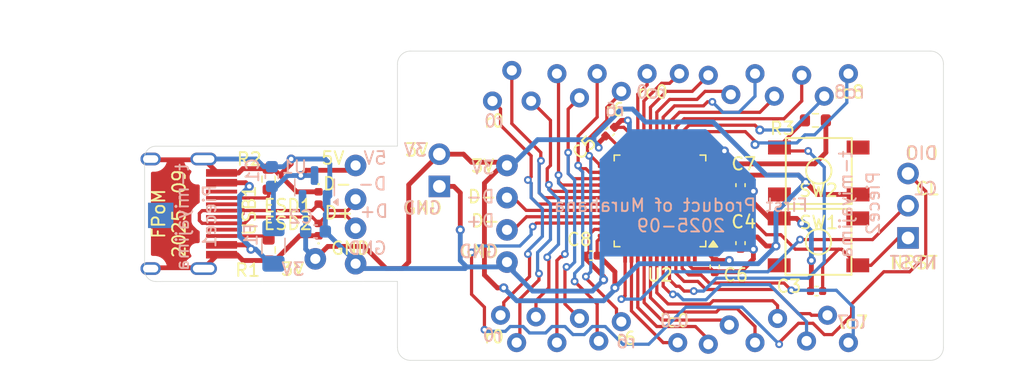
<source format=kicad_pcb>
(kicad_pcb (version 20241229) (generator "pcbnew") (generator_version "9.0")
  (layers (0 "F.Cu" signal) (2 "B.Cu" signal) (13 "F.Paste" user) (15 "B.Paste" user) (5 "F.SilkS" user "F.Silkscreen") (7 "B.SilkS" user "B.Silkscreen") (1 "F.Mask" user) (3 "B.Mask" user) (25 "Edge.Cuts" user))
  (net 0 "")
  (net 1 "+3.3V")
  (net 2 "GND")
  (net 3 "NRST")
  (net 4 "+5v")
  (net 5 "D-")
  (net 6 "D+")
  (net 7 "Net-(F1-Pad1)")
  (net 8 "SWDIO")
  (net 9 "SWCLK")
  (net 10 "Net-(U2-BOOT0)")
  (net 11 "Net-(USB1-CC2)")
  (net 12 "Net-(USB1-CC1)")
  (net 13 "Net-(J10-Pin_1)")
  (net 15 "Net-(J11-Pin_1)")
  (net 16 "Net-(J12-Pin_1)")
  (net 17 "Net-(J13-Pin_1)")
  (net 18 "Net-(J14-Pin_1)")
  (net 19 "Net-(J15-Pin_1)")
  (net 20 "Net-(J16-Pin_1)")
  (net 21 "Net-(J17-Pin_1)")
  (net 22 "Net-(J18-Pin_1)")
  (net 23 "Net-(J19-Pin_1)")
  (net 24 "Net-(J20-Pin_1)")
  (net 25 "Net-(J21-Pin_1)")
  (net 26 "Net-(J2-Pin_1)")
  (net 27 "Net-(J3-Pin_1)")
  (net 28 "Net-(J5-Pin_1)")
  (net 29 "Net-(J8-Pin_1)")
  (net 30 "Net-(J38-Pin_1)")
  (net 35 "Net-(J29-Pin_1)")
  (net 36 "Net-(J30-Pin_1)")
  (net 37 "Net-(J31-Pin_1)")
  (net 38 "Net-(J32-Pin_1)")
  (net 39 "Net-(J33-Pin_1)")
  (net 40 "Net-(J34-Pin_1)")
  (net 44 "Net-(J36-Pin_1)")
  (footprint "MountingHole:MountingHole_2.1mm" (layer "F.Cu") (at 73.533 81.534)
    (property "Reference" "REF**" (hide yes))
    (property "Value" "MountingHole_2.1mm" (hide yes))
  )
  (footprint "Capacitor_SMD:C_0402_1005Metric" (layer "F.Cu") (at 100.838 79.022 -90)
    (property "Reference" "C4")
    (property "Value" "100nF")
  )
  (footprint "Capacitor_SMD:C_0402_1005Metric" (layer "F.Cu") (at 90.551 70.231 45)
    (property "Reference" "C5")
    (property "Value" "100nF")
  )
  (footprint "MountingHole:MountingHole_2.1mm" (layer "F.Cu") (at 73.533 74.168)
    (property "Reference" "REF**" (hide yes))
    (property "Value" "MountingHole_2.1mm" (hide yes))
  )
  (footprint "Connector_PinHeader_2.54mm:PinHeader_1x01_P2.54mm_Vertical" (layer "F.Cu") (at 99.949 85.471)
    (property "Reference" "J14" (hide yes))
    (property "Value" "Conn_01x01")
  )
  (footprint "Connector_PinHeader_2.54mm:PinHeader_1x01_P2.54mm_Vertical" (layer "F.Cu") (at 84.709 84.836)
    (property "Reference" "J36" (hide yes))
    (property "Value" "Conn_01x01")
  )
  (footprint "MountingHole:MountingHole_2.1mm" (layer "F.Cu") (at 73.533 75.819)
    (property "Reference" "REF**" (hide yes))
    (property "Value" "MountingHole_2.1mm" (hide yes))
  )
  (footprint "Connector_PinHeader_2.54mm:PinHeader_1x01_P2.54mm_Vertical" (layer "F.Cu") (at 84.328 67.818)
    (property "Reference" "J37" (hide yes))
    (property "Value" "Conn_01x01")
  )
  (footprint "Diode_SMD:D_0402_1005Metric" (layer "F.Cu") (at 67.564 77.955 90)
    (property "Reference" "ESD2")
    (property "Value" "ESDAXLC6-1BT2")
  )
  (footprint "Diode_SMD:D_0402_1005Metric" (layer "F.Cu") (at 67.564 75.461 -90)
    (property "Reference" "ESD1")
    (property "Value" "ESDAXLC6-1BT2")
  )
  (footprint "Connector_PinHeader_2.54mm:PinHeader_1x01_P2.54mm_Vertical" (layer "F.Cu") (at 107.696 84.709)
    (property "Reference" "J18" (hide yes))
    (property "Value" "Conn_01x01")
  )
  (footprint "Connector_PinHeader_2.54mm:PinHeader_1x01_P2.54mm_Vertical" (layer "F.Cu") (at 82.804 65.405)
    (property "Reference" "J39" (hide yes))
    (property "Value" "Conn_01x01")
  )
  (footprint "Connector_PinHeader_2.54mm:PinHeader_1x01_P2.54mm_Vertical" (layer "F.Cu") (at 96.012 65.659)
    (property "Reference" "J20" (hide yes))
    (property "Value" "Conn_01x01")
  )
  (footprint "Connector_PinHeader_2.54mm:PinHeader_1x01_P2.54mm_Vertical" (layer "F.Cu") (at 105.664 65.786)
    (property "Reference" "J31" (hide yes))
    (property "Value" "Conn_01x01")
  )
  (footprint "Connector_PinHeader_2.54mm:PinHeader_1x01_P2.54mm_Vertical" (layer "F.Cu") (at 81.28 67.818)
    (property "Reference" "J34" (hide yes))
    (property "Value" "Conn_01x01")
  )
  (footprint "MountingHole:MountingHole_2.5mm" (layer "F.Cu") (at 77.089 67.31)
    (property "Reference" "H1" (hide yes))
    (property "Value" "MountingHole")
  )
  (footprint "Connector_PinHeader_2.54mm:PinHeader_1x01_P2.54mm_Vertical" (layer "F.Cu") (at 95.885 86.868)
    (property "Reference" "J33" (hide yes))
    (property "Value" "Conn_01x01")
  )
  (footprint "MountingHole:MountingHole_2.1mm" (layer "F.Cu") (at 73.533 79.248)
    (property "Reference" "REF**" (hide yes))
    (property "Value" "MountingHole_2.1mm" (hide yes))
  )
  (footprint "random-keyboard-parts:SKQGADE010" (layer "F.Cu") (at 107.009 73.334)
    (property "Reference" "SW1")
    (property "Value" "TS-1187A-B-A-B")
  )
  (footprint "Connector_PinHeader_2.54mm:PinHeader_1x01_P2.54mm_Vertical" (layer "F.Cu") (at 109.347 65.659)
    (property "Reference" "J29" (hide yes))
    (property "Value" "Conn_01x01")
  )
  (footprint "Resistor_SMD:R_0603_1608Metric" (layer "F.Cu") (at 63.627 73.978 90)
    (property "Reference" "R2")
    (property "Value" "5.1k")
  )
  (footprint "Connector_PinHeader_2.54mm:PinHeader_1x03_P2.54mm_Vertical" (layer "F.Cu") (at 114.046 78.613 180)
    (property "Reference" "J28" (hide yes))
    (property "Value" "Conn_01x03")
  )
  (footprint "Connector_PinHeader_2.54mm:PinHeader_1x01_P2.54mm_Vertical" (layer "F.Cu") (at 86.36 86.868)
    (property "Reference" "J9" (hide yes))
    (property "Value" "Conn_01x01")
  )
  (footprint "Type-C:HRO-TYPE-C-31-M-12-HandSoldering" (layer "F.Cu") (at 51.723 76.71 -90)
    (property "Reference" "USB1")
    (property "Value" "HRO-TYPE-C-31-M-12")
  )
  (footprint "Connector_PinHeader_2.54mm:PinHeader_1x01_P2.54mm_Vertical" (layer "F.Cu") (at 88.138 84.963)
    (property "Reference" "J4" (hide yes))
    (property "Value" "Conn_01x01")
  )
  (footprint "Connector_PinHeader_2.54mm:PinHeader_1x01_P2.54mm_Vertical" (layer "F.Cu") (at 89.662 86.741)
    (property "Reference" "J7" (hide yes))
    (property "Value" "Conn_01x01")
  )
  (footprint "Connector_PinHeader_2.54mm:PinHeader_1x01_P2.54mm_Vertical" (layer "F.Cu") (at 100.076 67.31)
    (property "Reference" "J11" (hide yes))
    (property "Value" "Conn_01x01")
  )
  (footprint "Capacitor_SMD:C_0402_1005Metric" (layer "F.Cu") (at 100.838 74.45 -90)
    (property "Reference" "C7")
    (property "Value" "100nF")
  )
  (footprint "Connector_PinHeader_2.54mm:PinHeader_1x01_P2.54mm_Vertical" (layer "F.Cu") (at 103.505 67.437)
    (property "Reference" "J32" (hide yes))
    (property "Value" "Conn_01x01")
  )
  (footprint "MountingHole:MountingHole_2.5mm" (layer "F.Cu") (at 76.835 85.09)
    (property "Reference" "H3" (hide yes))
    (property "Value" "MountingHole")
  )
  (footprint "Capacitor_SMD:C_0402_1005Metric" (layer "F.Cu") (at 106.835 82.804)
    (property "Reference" "C3")
    (property "Value" "100nF")
  )
  (footprint "Capacitor_SMD:C_0402_1005Metric" (layer "F.Cu") (at 98.806 80.871 -90)
    (property "Reference" "C6")
    (property "Value" "100nF")
  )
  (footprint "Connector_PinHeader_2.54mm:PinHeader_1x01_P2.54mm_Vertical" (layer "F.Cu") (at 93.472 65.659)
    (property "Reference" "J21" (hide yes))
    (property "Value" "Conn_01x01")
  )
  (footprint "Resistor_SMD:R_0603_1608Metric" (layer "F.Cu") (at 63.627 79.565 -90)
    (property "Reference" "R1")
    (property "Value" "5.1k")
  )
  (footprint "MountingHole:MountingHole_2.1mm" (layer "F.Cu") (at 73.533 74.93)
    (property "Reference" "REF**" (hide yes))
    (property "Value" "MountingHole_2.1mm" (hide yes))
  )
  (footprint "MountingHole:MountingHole_2.1mm" (layer "F.Cu") (at 73.533 78.359)
    (property "Reference" "REF**" (hide yes))
    (property "Value" "MountingHole_2.1mm" (hide yes))
  )
  (footprint "Connector_PinHeader_2.54mm:PinHeader_1x01_P2.54mm_Vertical" (layer "F.Cu") (at 70.485 77.851)
    (property "Reference" "J25" (hide yes))
    (property "Value" "Conn_01x01")
  )
  (footprint "Connector_PinHeader_2.54mm:PinHeader_1x01_P2.54mm_Vertical" (layer "F.Cu") (at 106.045 86.741)
    (property "Reference" "J17" (hide yes))
    (property "Value" "Conn_01x01")
  )
  (footprint "Connector_PinHeader_2.54mm:PinHeader_1x01_P2.54mm_Vertical" (layer "F.Cu") (at 91.44 67.056)
    (property "Reference" "J5" (hide yes))
    (property "Value" "Conn_01x01")
  )
  (footprint "Connector_PinHeader_2.54mm:PinHeader_1x01_P2.54mm_Vertical" (layer "F.Cu") (at 101.981 65.659)
    (property "Reference" "J10" (hide yes))
    (property "Value" "Conn_01x01")
  )
  (footprint "MountingHole:MountingHole_2.1mm" (layer "F.Cu") (at 73.533 80.264)
    (property "Reference" "REF**" (hide yes))
    (property "Value" "MountingHole_2.1mm" (hide yes))
  )
  (footprint "MountingHole:MountingHole_2.5mm" (layer "F.Cu") (at 113.411 67.183)
    (property "Reference" "H2" (hide yes))
    (property "Value" "MountingHole")
  )
  (footprint "Connector_PinHeader_2.54mm:PinHeader_1x01_P2.54mm_Vertical" (layer "F.Cu") (at 109.347 86.868)
    (property "Reference" "J19" (hide yes))
    (property "Value" "Conn_01x01")
  )
  (footprint "Package_QFP:LQFP-48_7x7mm_P0.5mm" (layer "F.Cu") (at 94.488 75.692 180)
    (property "Reference" "U2")
    (property "Value" "STM32F072CBT6")
  )
  (footprint "Connector_PinHeader_2.54mm:PinHeader_1x01_P2.54mm_Vertical" (layer "F.Cu") (at 101.981 86.868)
    (property "Reference" "J15" (hide yes))
    (property "Value" "Conn_01x01")
  )
  (footprint "Connector_PinHeader_2.54mm:PinHeader_1x04_P2.54mm_Vertical" (layer "F.Cu") (at 82.423 80.518 180)
    (property "Reference" "J1" (hide yes))
    (property "Value" "Conn_01x04")
  )
  (footprint "Connector_PinHeader_2.54mm:PinHeader_1x01_P2.54mm_Vertical" (layer "F.Cu") (at 91.44 85.217)
    (property "Reference" "J6" (hide yes))
    (property "Value" "Conn_01x01")
  )
  (footprint "Connector_PinHeader_2.54mm:PinHeader_1x01_P2.54mm_Vertical" (layer "F.Cu") (at 88.138 67.564)
    (property "Reference" "J3" (hide yes))
    (property "Value" "Conn_01x01")
  )
  (footprint "MountingHole:MountingHole_2.5mm" (layer "F.Cu") (at 113.284 84.836)
    (property "Reference" "H4" (hide yes))
    (property "Value" "MountingHole")
  )
  (footprint "Connector_PinHeader_2.54mm:PinHeader_1x01_P2.54mm_Vertical" (layer "F.Cu") (at 103.759 84.963)
    (property "Reference" "J16" (hide yes))
    (property "Value" "Conn_01x01")
  )
  (footprint "Connector_PinHeader_2.54mm:PinHeader_1x01_P2.54mm_Vertical" (layer "F.Cu") (at 70.485 72.898)
    (property "Reference" "J22" (hide yes))
    (property "Value" "Conn_01x01")
  )
  (footprint "Connector_PinHeader_2.54mm:PinHeader_1x01_P2.54mm_Vertical" (layer "F.Cu") (at 98.298 65.786)
    (property "Reference" "J12" (hide yes))
    (property "Value" "Conn_01x01")
  )
  (footprint "Connector_PinHeader_2.54mm:PinHeader_1x01_P2.54mm_Vertical" (layer "F.Cu") (at 70.485 75.565)
    (property "Reference" "J24" (hide yes))
    (property "Value" "Conn_01x01")
  )
  (footprint "random-keyboard-parts:SKQGADE010" (layer "F.Cu") (at 106.986 78.922 180)
    (property "Reference" "SW2")
    (property "Value" "TS-1187A-B-A-B")
  )
  (footprint "MountingHole:MountingHole_2.1mm" (layer "F.Cu") (at 73.533 73.406)
    (property "Reference" "REF**" (hide yes))
    (property "Value" "MountingHole_2.1mm" (hide yes))
  )
  (footprint "MountingHole:MountingHole_2.1mm" (layer "F.Cu") (at 73.533 72.771)
    (property "Reference" "REF**" (hide yes))
    (property "Value" "MountingHole_2.1mm" (hide yes))
  )
  (footprint "MountingHole:MountingHole_2.1mm" (layer "F.Cu") (at 73.533 71.755)
    (property "Reference" "REF**" (hide yes))
    (property "Value" "MountingHole_2.1mm" (hide yes))
  )
  (footprint "Connector_PinHeader_2.54mm:PinHeader_1x01_P2.54mm_Vertical" (layer "F.Cu") (at 81.915 84.709)
    (property "Reference" "J35" (hide yes))
    (property "Value" "Conn_01x01")
  )
  (footprint "Capacitor_SMD:C_0402_1005Metric" (layer "F.Cu") (at 89.055 80.01 180)
    (property "Reference" "C8")
    (property "Value" "100nF")
  )
  (footprint "Connector_PinHeader_2.54mm:PinHeader_1x01_P2.54mm_Vertical" (layer "F.Cu") (at 83.185 86.868)
    (property "Reference" "J38" (hide yes))
    (property "Value" "Conn_01x01")
  )
  (footprint "Connector_PinHeader_2.54mm:PinHeader_1x01_P2.54mm_Vertical" (layer "F.Cu") (at 98.298 86.995)
    (property "Reference" "J13" (hide yes))
    (property "Value" "Conn_01x01")
  )
  (footprint "Resistor_SMD:R_0603_1608Metric" (layer "F.Cu") (at 106.744 69.342)
    (property "Reference" "R3")
    (property "Value" "10k")
  )
  (footprint "Connector_PinHeader_2.54mm:PinHeader_1x01_P2.54mm_Vertical" (layer "F.Cu") (at 89.535 65.659)
    (property "Reference" "J2" (hide yes))
    (property "Value" "Conn_01x01")
  )
  (footprint "Connector_PinHeader_2.54mm:PinHeader_1x01_P2.54mm_Vertical" (layer "F.Cu") (at 70.485 80.645)
    (property "Reference" "J26" (hide yes))
    (property "Value" "Conn_01x01")
  )
  (footprint "MountingHole:MountingHole_2.1mm" (layer "F.Cu") (at 73.533 77.47)
    (property "Reference" "REF**" (hide yes))
    (property "Value" "MountingHole_2.1mm" (hide yes))
  )
  (footprint "Connector_PinHeader_2.54mm:PinHeader_1x02_P2.54mm_Vertical" (layer "F.Cu") (at 77.089 74.549 180)
    (property "Reference" "J27" (hide yes))
    (property "Value" "Conn_01x02")
  )
  (footprint "Connector_PinHeader_2.54mm:PinHeader_1x01_P2.54mm_Vertical" (layer "F.Cu") (at 107.442 67.437)
    (property "Reference" "J30" (hide yes))
    (property "Value" "Conn_01x01")
  )
  (footprint "Connector_PinHeader_2.54mm:PinHeader_1x01_P2.54mm_Vertical" (layer "F.Cu") (at 86.36 65.659)
    (property "Reference" "J8" (hide yes))
    (property "Value" "Conn_01x01")
  )
  (footprint "Connector_PinHeader_2.54mm:PinHeader_1x01_P2.54mm_Vertical" (layer "F.Cu") (at 67.31 80.264)
    (property "Reference" "J23" (hide yes))
    (property "Value" "Conn_01x01")
  )
  (footprint "Capacitor_SMD:C_0603_1608Metric" (layer "B.Cu") (at 67.323 78.105 180)
    (property "Reference" "C2")
    (property "Value" "1uF")
  )
  (footprint "Capacitor_SMD:C_0603_1608Metric" (layer "B.Cu") (at 63.881 73.774 -90)
    (property "Reference" "C1")
    (property "Value" "1uF")
  )
  (footprint "Connector_Wire:SolderWirePad_1x01_SMD_1x2mm" (layer "B.Cu") (at 55.118 76.835 180)
    (property "Reference" "REF**" (hide yes))
    (property "Value" "SolderWirePad_1x01_SMD_1x2mm")
  )
  (footprint "Package_TO_SOT_SMD:SOT-23" (layer "B.Cu") (at 67.249 74.6275 90)
    (property "Reference" "U1")
    (property "Value" "XC6206P332MR")
  )
  (footprint "Fuse:Fuse_1206_3216Metric" (layer "B.Cu") (at 64.008 79.248 90)
    (property "Reference" "F1")
    (property "Value" "nSMD025")
  )
  (gr_arc (start 74.803 88.265) (mid 74.08458 87.96742) (end 73.787 87.249) (stroke (width 0.05)) (layer "Edge.Cuts"))
  (gr_arc (start 53.848 72.263) (mid 54.106513 71.638895) (end 54.730618 71.380382) (stroke (width 0.05)) (layer "Edge.Cuts"))
  (gr_line (start 54.730618 71.380401) (end 73.787 71.374) (stroke (width 0.05)) (layer "Edge.Cuts"))
  (gr_line (start 74.803 63.881) (end 115.824 63.881) (stroke (width 0.05)) (layer "Edge.Cuts"))
  (gr_arc (start 54.736997 82.048364) (mid 54.108382 81.787993) (end 53.848 81.159382) (stroke (width 0.05)) (layer "Edge.Cuts"))
  (gr_line (start 73.787 87.249) (end 73.787 82.042) (stroke (width 0.05)) (layer "Edge.Cuts"))
  (gr_line (start 53.848 72.263) (end 53.848 81.159382) (stroke (width 0.05)) (layer "Edge.Cuts"))
  (gr_arc (start 73.787 64.897) (mid 74.08458 64.17858) (end 74.803 63.881) (stroke (width 0.05)) (layer "Edge.Cuts"))
  (gr_arc (start 115.824 63.881) (mid 116.54242 64.17858) (end 116.84 64.897) (stroke (width 0.05)) (layer "Edge.Cuts"))
  (gr_line (start 73.787 71.374) (end 73.787 64.897) (stroke (width 0.05)) (layer "Edge.Cuts"))
  (gr_arc (start 116.84 87.249) (mid 116.54242 87.96742) (end 115.824 88.265) (stroke (width 0.05)) (layer "Edge.Cuts"))
  (gr_line (start 115.824 88.265) (end 74.803 88.265) (stroke (width 0.05)) (layer "Edge.Cuts"))
  (gr_line (start 116.84 64.897) (end 116.84 87.249) (stroke (width 0.05)) (layer "Edge.Cuts"))
  (gr_line (start 73.787 82.042) (end 54.737 82.048364) (stroke (width 0.05)) (layer "Edge.Cuts"))
  (gr_text "D-" (at 67.818 74.93 0) (layer "F.SilkS") (effects (font (size 1 1)) (justify left bottom)))
  (gr_text "CL" (at 114.554 75.311 0) (layer "F.SilkS") (effects (font (size 1 1)) (justify left bottom)))
  (gr_text "r0" (at 80.518 86.995 0) (layer "F.SilkS") (effects (font (size 1 1)) (justify left bottom)))
  (gr_text "r0" (at 80.518 69.977 0) (layer "F.SilkS") (effects (font (size 1 1)) (justify left bottom)))
  (gr_text "rc0" (at 92.583 67.691 0) (layer "F.SilkS") (effects (font (size 1 1)) (justify left bottom)))
  (gr_text "FPoM\n2025-09" (at 57.15 76.708 90) (layer "F.SilkS") (effects (font (size 1 1)) (justify bottom)))
  (gr_text "GND" (at 68.453 80.01 0) (layer "F.SilkS") (effects (font (size 1 1)) (justify left bottom)))
  (gr_text "D+" (at 67.945 77.216 0) (layer "F.SilkS") (effects (font (size 1 1)) (justify left bottom)))
  (gr_text "r6" (at 90.043 69.088 0) (layer "F.SilkS") (effects (font (size 1 1)) (justify left bottom)))
  (gr_text "lc0" (at 94.361 85.725 0) (layer "F.SilkS") (effects (font (size 1 1)) (justify left bottom)))
  (gr_text "3V" (at 74.295 72.263 0) (layer "F.SilkS") (effects (font (size 1 1)) (justify left bottom)))
  (gr_text "3V" (at 79.502 73.533 0) (layer "F.SilkS") (effects (font (size 1 1)) (justify left bottom)))
  (gr_text "D+" (at 79.502 77.851 0) (layer "F.SilkS") (effects (font (size 1 1)) (justify left bottom)))
  (gr_text "3V" (at 64.516 81.661 0) (layer "F.SilkS") (effects (font (size 1 1)) (justify left bottom)))
  (gr_text "rc8" (at 108.077 67.691 0) (layer "F.SilkS") (effects (font (size 1 1)) (justify left bottom)))
  (gr_text "5V" (at 67.691 72.898 0) (layer "F.SilkS") (effects (font (size 1 1)) (justify left bottom)))
  (gr_text "NRST" (at 112.522 81.153 0) (layer "F.SilkS") (effects (font (size 1 1)) (justify left bottom)))
  (gr_text "r6" (at 90.932 87.122 0) (layer "F.SilkS") (effects (font (size 1 1)) (justify left bottom)))
  (gr_text "DIO" (at 113.792 72.517 0) (layer "F.SilkS") (effects (font (size 1 1)) (justify left bottom)))
  (gr_text "GND" (at 78.613 80.264 0) (layer "F.SilkS") (effects (font (size 1 1)) (justify left bottom)))
  (gr_text "lc7" (at 108.458 85.852 0) (layer "F.SilkS") (effects (font (size 1 1)) (justify left bottom)))
  (gr_text "GND" (at 74.168 76.835 0) (layer "F.SilkS") (effects (font (size 1 1)) (justify left bottom)))
  (gr_text "D-" (at 79.248 75.946 0) (layer "F.SilkS") (effects (font (size 1 1)) (justify left bottom)))
  (gr_text "Piece2" (at 111.887 73.279 90) (layer "B.SilkS") (effects (font (size 1 1)) (justify left bottom mirror)))
  (gr_text "First Product of Murahana\n2025-09" (at 96.139 78.232 0) (layer "B.SilkS") (effects (font (size 1 1)) (justify bottom mirror)))
  (gr_text "Piece1" (at 59.563 74.295 90) (layer "B.SilkS") (effects (font (size 1 1)) (justify left bottom mirror)))
  (gr_text "3V" (at 81.534 73.66 0) (layer "B.SilkS") (effects (font (size 1 1)) (justify left bottom mirror)))
  (gr_text "r6" (at 91.821 69.088 0) (layer "B.SilkS") (effects (font (size 1 1)) (justify left bottom mirror)))
  (gr_text "DIO" (at 116.459 72.517 0) (layer "B.SilkS") (effects (font (size 1 1)) (justify left bottom mirror)))
  (gr_text "t-miyajima" (at 109.728 71.628 90) (layer "B.SilkS") (effects (font (size 1 1)) (justify left bottom mirror)))
  (gr_text "GND" (at 73.025 80.01 0) (layer "B.SilkS") (effects (font (size 1 1)) (justify left bottom mirror)))
  (gr_text "r0" (at 82.296 69.977 0) (layer "B.SilkS") (effects (font (size 1 1)) (justify left bottom mirror)))
  (gr_text "rc0" (at 95.123 67.691 0) (layer "B.SilkS") (effects (font (size 1 1)) (justify left bottom mirror)))
  (gr_text "t-miyajima" (at 57.404 72.644 90) (layer "B.SilkS") (effects (font (size 1 1)) (justify left bottom mirror)))
  (gr_text "D-" (at 81.534 75.946 0) (layer "B.SilkS") (effects (font (size 1 1)) (justify left bottom mirror)))
  (gr_text "D-" (at 73.025 74.93 0) (layer "B.SilkS") (effects (font (size 1 1)) (justify left bottom mirror)))
  (gr_text "lc7" (at 110.871 85.852 0) (layer "B.SilkS") (effects (font (size 1 1)) (justify left bottom mirror)))
  (gr_text "rc8" (at 110.744 67.691 0) (layer "B.SilkS") (effects (font (size 1 1)) (justify left bottom mirror)))
  (gr_text "lc0" (at 96.901 85.725 0) (layer "B.SilkS") (effects (font (size 1 1)) (justify left bottom mirror)))
  (gr_text "r0" (at 82.169 86.868 0) (layer "B.SilkS") (effects (font (size 1 1)) (justify left bottom mirror)))
  (gr_text "r6" (at 92.71 87.376 0) (layer "B.SilkS") (effects (font (size 1 1)) (justify left bottom mirror)))
  (gr_text "3V" (at 76.2 72.263 0) (layer "B.SilkS") (effects (font (size 1 1)) (justify left bottom mirror)))
  (gr_text "NRST" (at 116.459 81.153 0) (layer "B.SilkS") (effects (font (size 1 1)) (justify left bottom mirror)))
  (gr_text "5V" (at 73.025 72.898 0) (layer "B.SilkS") (effects (font (size 1 1)) (justify left bottom mirror)))
  (gr_text "GND" (at 81.788 80.264 0) (layer "B.SilkS") (effects (font (size 1 1)) (justify left bottom mirror)))
  (gr_text "CL" (at 116.459 75.311 0) (layer "B.SilkS") (effects (font (size 1 1)) (justify left bottom mirror)))
  (gr_text "D+" (at 81.534 77.851 0) (layer "B.SilkS") (effects (font (size 1 1)) (justify left bottom mirror)))
  (gr_text "GND" (at 77.343 76.835 0) (layer "B.SilkS") (effects (font (size 1 1)) (justify left bottom mirror)))
  (gr_text "D+" (at 73.152 77.089 0) (layer "B.SilkS") (effects (font (size 1 1)) (justify left bottom mirror)))
  (gr_text "3V" (at 66.548 81.661 0) (layer "B.SilkS") (effects (font (size 1 1)) (justify left bottom mirror)))
  (segment (start 89.96 78.442) (end 89.535 78.867) (width 0.254) (layer "F.Cu") (net 1))
  (segment (start 90.211589 70.570411) (end 90.382411 70.570411) (width 0.254) (layer "F.Cu") (net 1))
  (segment (start 74.676 74.422) (end 77.089 72.009) (width 0.381) (layer "F.Cu") (net 1))
  (segment (start 100.350268 74.442) (end 100.822268 73.97) (width 0.254) (layer "F.Cu") (net 1))
  (segment (start 106.934 75.184) (end 110.109 75.184) (width 0.381) (layer "F.Cu") (net 1))
  (segment (start 90.932 82.55) (end 90.932 81.28) (width 0.381) (layer "F.Cu") (net 1))
  (segment (start 82.169 72.644) (end 82.423 72.898) (width 0.381) (layer "F.Cu") (net 1))
  (segment (start 80.645 81.534) (end 80.645 74.295) (width 0.381) (layer "F.Cu") (net 1))
  (segment (start 105.41 73.66) (end 101.346 73.66) (width 0.381) (layer "F.Cu") (net 1))
  (segment (start 74.676 80.518) (end 74.676 74.422) (width 0.381) (layer "F.Cu") (net 1))
  (segment (start 78.994 72.009) (end 79.629 72.644) (width 0.381) (layer "F.Cu") (net 1))
  (segment (start 89.706 78.442) (end 90.3255 78.442) (width 0.254) (layer "F.Cu") (net 1))
  (segment (start 99.949 80.391) (end 98.806 80.391) (width 0.381) (layer "F.Cu") (net 1))
  (segment (start 98.6505 74.442) (end 100.350268 74.442) (width 0.254) (layer "F.Cu") (net 1))
  (segment (start 90.382411 70.570411) (end 91.3415 71.5295) (width 0.254) (layer "F.Cu") (net 1))
  (segment (start 80.645 74.295) (end 82.042 72.898) (width 0.381) (layer "F.Cu") (net 1))
  (segment (start 105.9815 74.2315) (end 106.934 75.184) (width 0.381) (layer "F.Cu") (net 1))
  (segment (start 82.042 72.898) (end 82.423 72.898) (width 0.381) (layer "F.Cu") (net 1))
  (segment (start 89.535 78.867) (end 89.535 80.01) (width 0.254) (layer "F.Cu") (net 1))
  (segment (start 102.87 79.248) (end 102.164 78.542) (width 0.381) (layer "F.Cu") (net 1))
  (segment (start 90.3255 78.442) (end 89.96 78.442) (width 0.254) (layer "F.Cu") (net 1))
  (segment (start 89.662 71.501) (end 89.662 71.12) (width 0.381) (layer "F.Cu") (net 1))
  (segment (start 103.632 79.248) (end 102.87 79.248) (width 0.381) (layer "F.Cu") (net 1))
  (segment (start 105.9815 74.2315) (end 105.41 73.66) (width 0.381) (layer "F.Cu") (net 1))
  (segment (start 71.153171 79.281171) (end 72.898 81.026) (width 0.381) (layer "F.Cu") (net 1))
  (segment (start 100.738 78.442) (end 100.838 78.542) (width 0.254) (layer "F.Cu") (net 1))
  (segment (start 101.346 73.66) (end 101.036 73.97) (width 0.381) (layer "F.Cu") (net 1))
  (segment (start 79.629 72.644) (end 82.169 72.644) (width 0.381) (layer "F.Cu") (net 1))
  (segment (start 82.169 82.55) (end 81.661 82.55) (width 0.381) (layer "F.Cu") (net 1))
  (segment (start 90.932 81.28) (end 89.662 80.01) (width 0.381) (layer "F.Cu") (net 1))
  (segment (start 68.292829 79.281171) (end 71.153171 79.281171) (width 0.381) (layer "F.Cu") (net 1))
  (segment (start 102.164 78.542) (end 100.838 78.542) (width 0.381) (layer "F.Cu") (net 1))
  (segment (start 91.3415 71.5295) (end 91.738 71.5295) (width 0.254) (layer "F.Cu") (net 1))
  (segment (start 72.898 81.026) (end 74.168 81.026) (width 0.381) (layer "F.Cu") (net 1))
  (segment (start 76.835 72.263) (end 77.089 72.009) (width 0.254) (layer "F.Cu") (net 1))
  (segment (start 89.662 80.01) (end 89.535 80.01) (width 0.381) (layer "F.Cu") (net 1))
  (segment (start 101.036 73.97) (end 100.838 73.97) (width 0.381) (layer "F.Cu") (net 1))
  (segment (start 100.822268 73.97) (end 100.838 73.97) (width 0.254) (layer "F.Cu") (net 1))
  (segment (start 74.168 81.026) (end 74.676 80.518) (width 0.381) (layer "F.Cu") (net 1))
  (segment (start 98.6505 78.442) (end 100.738 78.442) (width 0.254) (layer "F.Cu") (net 1))
  (segment (start 81.661 82.55) (end 80.645 81.534) (width 0.381) (layer "F.Cu") (net 1))
  (segment (start 67.31 80.264) (end 68.292829 79.281171) (width 0.381) (layer "F.Cu") (net 1))
  (segment (start 77.089 72.009) (end 78.994 72.009) (width 0.381) (layer "F.Cu") (net 1))
  (segment (start 98.2695 79.8545) (end 98.806 80.391) (width 0.254) (layer "F.Cu") (net 1))
  (segment (start 97.238 79.8545) (end 98.2695 79.8545) (width 0.254) (layer "F.Cu") (net 1))
  (segment (start 89.662 71.12) (end 90.211589 70.570411) (width 0.381) (layer "F.Cu") (net 1))
  (via (at 82.169 82.55) (size 0.7112) (drill 0.3556) (layers "F.Cu" "B.Cu") (net 1))
  (via (at 105.9815 74.2315) (size 0.7112) (drill 0.3556) (layers "F.Cu" "B.Cu") (net 1))
  (via (at 90.932 82.55) (size 0.7112) (drill 0.3556) (layers "F.Cu" "B.Cu") (net 1))
  (via (at 99.949 80.391) (size 0.7112) (drill 0.3556) (layers "F.Cu" "B.Cu") (net 1))
  (via (at 89.662 71.501) (size 0.6096) (drill 0.3048) (layers "F.Cu" "B.Cu") (net 1))
  (via (at 103.632 79.248) (size 0.7112) (drill 0.3556) (layers "F.Cu" "B.Cu") (net 1))
  (segment (start 90.932 82.55) (end 90.932 82.677) (width 0.381) (layer "B.Cu") (net 1))
  (segment (start 66.299 76.52) (end 66.299 75.565) (width 0.381) (layer "B.Cu") (net 1))
  (segment (start 103.632 79.248) (end 103.632 76.581) (width 0.381) (layer "B.Cu") (net 1))
  (segment (start 92.329 68.453) (end 91.44 68.453) (width 0.381) (layer "B.Cu") (net 1))
  (segment (start 66.548 78.105) (end 66.548 79.502) (width 0.381) (layer "B.Cu") (net 1))
  (segment (start 100.203 80.645) (end 99.949 80.391) (width 0.381) (layer "B.Cu") (net 1))
  (segment (start 103.632 79.248) (end 102.235 80.645) (width 0.381) (layer "B.Cu") (net 1))
  (segment (start 105.9815 74.2315) (end 105.41 73.66) (width 0.381) (layer "B.Cu") (net 1))
  (segment (start 98.679 69.469) (end 93.345 69.469) (width 0.381) (layer "B.Cu") (net 1))
  (segment (start 89.281 70.993) (end 89.662 71.374) (width 0.381) (layer "B.Cu") (net 1))
  (segment (start 89.281 70.612) (end 89.281 70.993) (width 0.381) (layer "B.Cu") (net 1))
  (segment (start 82.804 72.898) (end 84.836 70.866) (width 0.381) (layer "B.Cu") (net 1))
  (segment (start 66.548 79.502) (end 67.31 80.264) (width 0.381) (layer "B.Cu") (net 1))
  (segment (start 89.154 70.866) (end 89.281 70.993) (width 0.381) (layer "B.Cu") (net 1))
  (segment (start 90.932 82.55) (end 92.837 80.645) (width 0.381) (layer "B.Cu") (net 1))
  (segment (start 105.41 73.66) (end 102.87 73.66) (width 0.381) (layer "B.Cu") (net 1))
  (segment (start 89.662 71.374) (end 89.662 71.501) (width 0.381) (layer "B.Cu") (net 1))
  (segment (start 82.677 73.152) (end 82.423 72.898) (width 0.381) (layer "B.Cu") (net 1))
  (segment (start 83.185 83.566) (end 82.169 82.55) (width 0.381) (layer "B.Cu") (net 1))
  (segment (start 82.423 72.898) (end 82.804 72.898) (width 0.381) (layer "B.Cu") (net 1))
  (segment (start 93.345 69.469) (end 92.329 68.453) (width 0.381) (layer "B.Cu") (net 1))
  (segment (start 90.932 82.677) (end 90.043 83.566) (width 0.381) (layer "B.Cu") (net 1))
  (segment (start 91.44 68.453) (end 89.281 70.612) (width 0.381) (layer "B.Cu") (net 1))
  (segment (start 66.548 76.769) (end 66.299 76.52) (width 0.381) (layer "B.Cu") (net 1))
  (segment (start 103.632 76.581) (end 105.9815 74.2315) (width 0.381) (layer "B.Cu") (net 1))
  (segment (start 102.235 80.645) (end 100.203 80.645) (width 0.381) (layer "B.Cu") (net 1))
  (segment (start 92.837 80.645) (end 100.203 80.645) (width 0.381) (layer "B.Cu") (net 1))
  (segment (start 84.836 70.866) (end 89.154 70.866) (width 0.381) (layer "B.Cu") (net 1))
  (segment (start 102.87 73.66) (end 98.679 69.469) (width 0.381) (layer "B.Cu") (net 1))
  (segment (start 66.548 78.105) (end 66.548 76.769) (width 0.381) (layer "B.Cu") (net 1))
  (segment (start 90.043 83.566) (end 83.185 83.566) (width 0.381) (layer "B.Cu") (net 1))
  (segment (start 101.854 74.93) (end 101.854 75.819) (width 0.381) (layer "F.Cu") (net 2))
  (segment (start 64.516 73.66) (end 65.832 74.976) (width 0.381) (layer "F.Cu") (net 2))
  (segment (start 59.918 79.935) (end 59.598 79.935) (width 0.381) (layer "F.Cu") (net 2))
  (segment (start 101.854 75.819) (end 103.107 77.072) (width 0.381) (layer "F.Cu") (net 2))
  (segment (start 59.918 79.935) (end 61.139 79.935) (width 0.381) (layer "F.Cu") (net 2))
  (segment (start 96.738 80.718002) (end 97.045998 81.026) (width 0.254) (layer "F.Cu") (net 2))
  (segment (start 59.918 73.485) (end 61.262 73.485) (width 0.381) (layer "F.Cu") (net 2))
  (segment (start 100.584 72.771) (end 106.68 72.771) (width 0.381) (layer "F.Cu") (net 2))
  (segment (start 101.854 80.264) (end 101.854 79.502) (width 0.381) (layer "F.Cu") (net 2))
  (segment (start 66.086 78.44) (end 67.564 78.44) (width 0.381) (layer "F.Cu") (net 2))
  (segment (start 70.485 80.645) (end 70.739 80.899) (width 0.381) (layer "F.Cu") (net 2))
  (segment (start 61.594 80.39) (end 64.135 80.39) (width 0.381) (layer "F.Cu") (net 2))
  (segment (start 88.9 79.685) (end 88.575 80.01) (width 0.254) (layer "F.Cu") (net 2))
  (segment (start 98.6505 74.942) (end 100.826 74.942) (width 0.254) (layer "F.Cu") (net 2))
  (segment (start 105.266 77.072) (end 105.664 77.47) (width 0.381) (layer "F.Cu") (net 2))
  (segment (start 90.890411 69.891589) (end 91.636093 69.891589) (width 0.254) (layer "F.Cu") (net 2))
  (segment (start 91.948 69.342) (end 91.44 69.342) (width 0.381) (layer "F.Cu") (net 2))
  (segment (start 98.806 81.351) (end 98.877 81.28) (width 0.381) (layer "F.Cu") (net 2))
  (segment (start 90.043 81.661) (end 88.575 80.193) (width 0.381) (layer "F.Cu") (net 2))
  (segment (start 59.598 79.935) (end 58.503 81.03) (width 0.381) (layer "F.Cu") (net 2))
  (segment (start 65.405 72.771) (end 65.405 72.39) (width 0.381) (layer "F.Cu") (net 2))
  (segment (start 103.886 77.072) (end 105.266 77.072) (width 0.381) (layer "F.Cu") (net 2))
  (segment (start 98.877 81.28) (end 100.838 81.28) (width 0.381) (layer "F.Cu") (net 2))
  (segment (start 90.043 81.915) (end 90.043 81.661) (width 0.381) (layer "F.Cu") (net 2))
  (segment (start 101.854 74.93) (end 100.838 74.93) (width 0.381) (layer "F.Cu") (net 2))
  (segment (start 78.74 77.978) (end 78.74 75.057) (width 0.381) (layer "F.Cu") (net 2))
  (segment (start 64.009 73.153) (end 64.516 73.66) (width 0.381) (layer "F.Cu") (net 2))
  (segment (start 103.107 77.072) (end 103.886 77.072) (width 0.381) (layer "F.Cu") (net 2))
  (segment (start 59.918 73.485) (end 59.598 73.485) (width 0.381) (layer "F.Cu") (net 2))
  (segment (start 61.594 73.153) (end 63.627 73.153) (width 0.381) (layer "F.Cu") (net 2))
  (segment (start 106.426 82.733) (end 106.355 82.804) (width 0.381) (layer "F.Cu") (net 2))
  (segment (start 76.835 74.803) (end 77.089 74.549) (width 0.254) (layer "F.Cu") (net 2))
  (segment (start 97.045998 81.026) (end 98.481 81.026) (width 0.254) (layer "F.Cu") (net 2))
  (segment (start 61.139 79.935) (end 61.594 80.39) (width 0.381) (layer "F.Cu") (net 2))
  (segment (start 98.481 81.026) (end 98.806 81.351) (width 0.254) (layer "F.Cu") (net 2))
  (segment (start 89.317 77.942) (end 88.9 78.359) (width 0.254) (layer "F.Cu") (net 2))
  (segment (start 63.627 73.153) (end 64.009 73.153) (width 0.381) (layer "F.Cu") (net 2))
  (segment (start 59.598 73.485) (end 58.503 72.39) (width 0.381) (layer "F.Cu") (net 2))
  (segment (start 106.426 80.391) (end 106.426 82.733) (width 0.381) (layer "F.Cu") (net 2))
  (segment (start 100.838 81.28) (end 101.854 80.264) (width 0.381) (layer "F.Cu") (net 2))
  (segment (start 88.575 80.193) (end 88.575 80.01) (width 0.381) (layer "F.Cu") (net 2))
  (segment (start 78.74 75.057) (end 78.232 74.549) (width 0.381) (layer "F.Cu") (net 2))
  (segment (start 91.636093 69.891589) (end 92.238 70.493496) (width 0.254) (layer "F.Cu") (net 2))
  (segment (start 90.3255 77.942) (end 89.317 77.942) (width 0.254) (layer "F.Cu") (net 2))
  (segment (start 65.832 74.976) (end 67.564 74.976) (width 0.381) (layer "F.Cu") (net 2))
  (segment (start 65.5035 79.0225) (end 66.086 78.44) (width 0.381) (layer "F.Cu") (net 2))
  (segment (start 61.262 73.485) (end 61.594 73.153) (width 0.381) (layer "F.Cu") (net 2))
  (segment (start 106.68 72.771) (end 107.569 71.882) (width 0.381) (layer "F.Cu") (net 2))
  (segment (start 88.9 78.359) (end 88.9 79.685) (width 0.254) (layer "F.Cu") (net 2))
  (segment (start 100.826 74.942) (end 100.838 74.93) (width 0.254) (layer "F.Cu") (net 2))
  (segment (start 91.44 69.342) (end 90.890411 69.891589) (width 0.381) (layer "F.Cu") (net 2))
  (segment (start 96.738 79.8545) (end 96.738 80.718002) (width 0.254) (layer "F.Cu") (net 2))
  (segment (start 78.232 74.549) (end 77.089 74.549) (width 0.381) (layer "F.Cu") (net 2))
  (segment (start 92.238 70.493496) (end 92.238 71.5295) (width 0.254) (layer "F.Cu") (net 2))
  (segment (start 65.5025 79.0225) (end 65.5035 79.0225) (width 0.381) (layer "F.Cu") (net 2))
  (segment (start 64.135 80.39) (end 65.5025 79.0225) (width 0.381) (layer "F.Cu") (net 2))
  (segment (start 64.516 73.66) (end 65.405 72.771) (width 0.381) (layer "F.Cu") (net 2))
  (segment (start 107.569 71.882) (end 107.569 69.342) (width 0.381) (layer "F.Cu") (net 2))
  (segment (start 99.568 71.755) (end 100.584 72.771) (width 0.381) (layer "F.Cu") (net 2))
  (segment (start 107.442 69.215) (end 107.569 69.342) (width 0.381) (layer "F.Cu") (net 2))
  (segment (start 76.962 74.676) (end 77.089 74.549) (width 0.381) (layer "F.Cu") (net 2))
  (segment (start 101.854 79.502) (end 100.838 79.502) (width 0.381) (layer "F.Cu") (net 2))
  (via (at 101.854 74.93) (size 0.7112) (drill 0.3556) (layers "F.Cu" "B.Cu") (net 2))
  (via (at 78.74 77.978) (size 0.7112) (drill 0.3556) (layers "F.Cu" "B.Cu") (net 2))
  (via (at 90.043 81.915) (size 0.7112) (drill 0.3556) (layers "F.Cu" "B.Cu") (net 2))
  (via (at 99.568 71.755) (size 0.7112) (drill 0.3556) (layers "F.Cu" "B.Cu") (net 2))
  (via (at 106.426 80.391) (size 0.7112) (drill 0.3556) (layers "F.Cu" "B.Cu") (net 2))
  (via (at 101.854 79.502) (size 0.7112) (drill 0.3556) (layers "F.Cu" "B.Cu") (net 2))
  (via (at 65.405 72.39) (size 0.7112) (drill 0.3556) (layers "F.Cu" "B.Cu") (net 2))
  (via (at 105.664 77.47) (size 0.7112) (drill 0.3556) (layers "F.Cu" "B.Cu") (net 2))
  (via (at 91.948 69.342) (size 0.6096) (drill 0.3048) (layers "F.Cu" "B.Cu") (net 2))
  (segment (start 82.042 80.899) (end 79.248 80.899) (width 0.381) (layer "B.Cu") (net 2))
  (segment (start 79.121 81.026) (end 70.612 81.026) (width 0.381) (layer "B.Cu") (net 2))
  (segment (start 89.916 81.788) (end 89.916 72.517) (width 0.381) (layer "B.Cu") (net 2))
  (segment (start 99.06 79.883) (end 89.916 79.883) (width 0.381) (layer "B.Cu") (net 2))
  (segment (start 68.072 72.39) (end 68.453 72.771) (width 0.381) (layer "B.Cu") (net 2))
  (segment (start 106.426 78.105) (end 105.791 77.47) (width 0.381) (layer "B.Cu") (net 2))
  (segment (start 82.423 80.518) (end 82.042 80.899) (width 0.381) (layer "B.Cu") (net 2))
  (segment (start 92.075 70.358) (end 92.075 70.231) (width 0.381) (layer "B.Cu") (net 2))
  (segment (start 99.441 79.502) (end 99.06 79.883) (width 0.381) (layer "B.Cu") (net 2))
  (segment (start 63.246 72.999) (end 63.881 72.999) (width 0.381) (layer "B.Cu") (net 2))
  (segment (start 65.405 72.39) (end 68.072 72.39) (width 0.381) (layer "B.Cu") (net 2))
  (segment (start 64.796 72.999) (end 65.405 72.39) (width 0.381) (layer "B.Cu") (net 2))
  (segment (start 101.854 74.93) (end 101.854 74.041) (width 0.381) (layer "B.Cu") (net 2))
  (segment (start 68.098 78.105) (end 70.485 80.492) (width 0.381) (layer "B.Cu") (net 2))
  (segment (start 68.453 72.771) (end 68.453 75.311) (width 0.381) (layer "B.Cu") (net 2))
  (segment (start 92.075 69.469) (end 91.948 69.342) (width 0.381) (layer "B.Cu") (net 2))
  (segment (start 105.791 77.47) (end 105.664 77.47) (width 0.381) (layer "B.Cu") (net 2))
  (segment (start 58.503 72.39) (end 62.637 72.39) (width 0.381) (layer "B.Cu") (net 2))
  (segment (start 101.854 74.041) (end 99.568 71.755) (width 0.381) (layer "B.Cu") (net 2))
  (segment (start 70.612 81.026) (end 70.485 80.899) (width 0.381) (layer "B.Cu") (net 2))
  (segment (start 68.098 76.743) (end 68.199 76.642) (width 0.381) (layer "B.Cu") (net 2))
  (segment (start 68.199 76.642) (end 68.199 75.565) (width 0.381) (layer "B.Cu") (net 2))
  (segment (start 92.075 70.231) (end 92.075 69.469) (width 0.381) (layer "B.Cu") (net 2))
  (segment (start 82.804 80.518) (end 82.423 80.518) (width 0.381) (layer "B.Cu") (net 2))
  (segment (start 68.453 75.311) (end 68.199 75.565) (width 0.381) (layer "B.Cu") (net 2))
  (segment (start 78.74 77.978) (end 78.74 80.391) (width 0.381) (layer "B.Cu") (net 2))
  (segment (start 78.74 80.391) (end 79.248 80.899) (width 0.381) (layer "B.Cu") (net 2))
  (segment (start 63.881 72.999) (end 64.796 72.999) (width 0.381) (layer "B.Cu") (net 2))
  (segment (start 106.426 80.391) (end 106.426 78.105) (width 0.381) (layer "B.Cu") (net 2))
  (segment (start 70.485 80.492) (end 70.485 80.645) (width 0.381) (layer "B.Cu") (net 2))
  (segment (start 68.098 78.105) (end 68.098 76.743) (width 0.381) (layer "B.Cu") (net 2))
  (segment (start 98.044 70.231) (end 99.568 71.755) (width 0.381) (layer "B.Cu") (net 2))
  (segment (start 84.455 82.804) (end 82.931 81.28) (width 0.381) (layer "B.Cu") (net 2))
  (segment (start 90.043 81.915) (end 89.154 82.804) (width 0.381) (layer "B.Cu") (net 2))
  (segment (start 89.916 72.517) (end 92.075 70.358) (width 0.381) (layer "B.Cu") (net 2))
  (segment (start 92.075 70.231) (end 98.044 70.231) (width 0.381) (layer "B.Cu") (net 2))
  (segment (start 89.154 82.804) (end 84.455 82.804) (width 0.381) (layer "B.Cu") (net 2))
  (segment (start 101.854 74.93) (end 101.854 79.502) (width 0.381) (layer "B.Cu") (net 2))
  (segment (start 101.854 79.502) (end 99.441 79.502) (width 0.381) (layer "B.Cu") (net 2))
  (segment (start 70.485 80.899) (end 70.485 80.645) (width 0.381) (layer "B.Cu") (net 2))
  (segment (start 90.043 81.915) (end 89.916 81.788) (width 0.381) (layer "B.Cu") (net 2))
  (segment (start 79.248 80.899) (end 79.121 81.026) (width 0.381) (layer "B.Cu") (net 2))
  (segment (start 82.931 81.28) (end 82.931 80.645) (width 0.381) (layer "B.Cu") (net 2))
  (segment (start 82.931 80.645) (end 82.804 80.518) (width 0.381) (layer "B.Cu") (net 2))
  (segment (start 62.637 72.39) (end 63.246 72.999) (width 0.381) (layer "B.Cu") (net 2))
  (segment (start 98.6505 75.442) (end 99.953 75.442) (width 0.254) (layer "F.Cu") (net 3))
  (segment (start 107.315 80.772) (end 107.315 82.804) (width 0.254) (layer "F.Cu") (net 3))
  (segment (start 110.086 80.772) (end 108.8275 79.5135) (width 0.254) (layer "F.Cu") (net 3))
  (segment (start 108.585 79.502) (end 108.5965 79.5135) (width 0.254) (layer "F.Cu") (net 3))
  (segment (start 108.5965 79.5135) (end 108.8275 79.5135) (width 0.254) (layer "F.Cu") (net 3))
  (segment (start 108.8275 79.5135) (end 108.5735 79.5135) (width 0.254) (layer "F.Cu") (net 3))
  (segment (start 113.284 78.613) (end 114.046 78.613) (width 0.254) (layer "F.Cu") (net 3))
  (segment (start 105.156 79.502) (end 108.585 79.502) (width 0.254) (layer "F.Cu") (net 3))
  (segment (start 110.086 80.772) (end 111.125 80.772) (width 0.254) (layer "F.Cu") (net 3))
  (segment (start 104.013 78.359) (end 105.156 79.502) (width 0.254) (layer "F.Cu") (net 3))
  (segment (start 111.125 80.772) (end 113.284 78.613) (width 0.254) (layer "F.Cu") (net 3))
  (segment (start 108.5735 79.5135) (end 107.315 80.772) (width 0.254) (layer "F.Cu") (net 3))
  (segment (start 102.87 78.359) (end 104.013 78.359) (width 0.254) (layer "F.Cu") (net 3))
  (segment (start 99.953 75.442) (end 102.87 78.359) (width 0.254) (layer "F.Cu") (net 3))
  (segment (start 66.578 73.279) (end 70.104 73.279) (width 0.381) (layer "F.Cu") (net 4))
  (segment (start 70.104 73.279) (end 70.485 72.898) (width 0.381) (layer "F.Cu") (net 4))
  (segment (start 66.167 73.69) (end 66.578 73.279) (width 0.381) (layer "F.Cu") (net 4))
  (via (at 66.167 73.69) (size 0.7112) (drill 0.3556) (layers "F.Cu" "B.Cu") (net 4))
  (segment (start 64.008 74.676) (end 63.881 74.549) (width 0.381) (layer "B.Cu") (net 4))
  (segment (start 64.008 77.848) (end 64.008 74.676) (width 0.381) (layer "B.Cu") (net 4))
  (segment (start 66.167 73.69) (end 67.249 73.69) (width 0.381) (layer "B.Cu") (net 4))
  (segment (start 64.262 74.549) (end 65.121 73.69) (width 0.381) (layer "B.Cu") (net 4))
  (segment (start 63.881 74.549) (end 64.262 74.549) (width 0.381) (layer "B.Cu") (net 4))
  (segment (start 65.121 73.69) (end 66.167 73.69) (width 0.381) (layer "B.Cu") (net 4))
  (segment (start 61.595 76.2) (end 61.595 76.454) (width 0.254) (layer "F.Cu") (net 5))
  (segment (start 59.918 75.96) (end 61.327 75.96) (width 0.254) (layer "F.Cu") (net 5))
  (segment (start 90.3035 76.42) (end 90.3255 76.442) (width 0.254) (layer "F.Cu") (net 5))
  (segment (start 69.85 76.454) (end 70.485 75.819) (width 0.254) (layer "F.Cu") (net 5))
  (segment (start 61.595 76.708) (end 61.475 76.828) (width 0.254) (layer "F.Cu") (net 5))
  (segment (start 67.564 75.946) (end 68.072 76.454) (width 0.254) (layer "F.Cu") (net 5))
  (segment (start 82.423 75.438) (end 82.931 75.438) (width 0.254) (layer "F.Cu") (net 5))
  (segment (start 68.072 76.454) (end 69.85 76.454) (width 0.254) (layer "F.Cu") (net 5))
  (segment (start 61.595 76.454) (end 67.056 76.454) (width 0.254) (layer "F.Cu") (net 5))
  (segment (start 61.341 75.946) (end 61.595 76.2) (width 0.254) (layer "F.Cu") (net 5))
  (segment (start 61.339 76.96) (end 59.918 76.96) (width 0.254) (layer "F.Cu") (net 5))
  (segment (start 67.056 76.454) (end 67.564 75.946) (width 0.254) (layer "F.Cu") (net 5))
  (segment (start 82.931 75.438) (end 83.935 76.442) (width 0.254) (layer "F.Cu") (net 5))
  (segment (start 61.327 75.96) (end 61.341 75.946) (width 0.254) (layer "F.Cu") (net 5))
  (segment (start 61.475 76.828) (end 61.471 76.828) (width 0.254) (layer "F.Cu") (net 5))
  (segment (start 61.595 76.454) (end 61.595 76.708) (width 0.254) (layer "F.Cu") (net 5))
  (segment (start 61.471 76.828) (end 61.339 76.96) (width 0.254) (layer "F.Cu") (net 5))
  (segment (start 83.935 76.442) (end 90.3255 76.442) (width 0.254) (layer "F.Cu") (net 5))
  (segment (start 62.23 76.962) (end 67.056 76.962) (width 0.254) (layer "F.Cu") (net 6))
  (segment (start 58.166 76.681) (end 58.166 77.239) (width 0.254) (layer "F.Cu") (net 6))
  (segment (start 82.423 77.978) (end 82.931 77.978) (width 0.254) (layer "F.Cu") (net 6))
  (segment (start 59.918 76.46) (end 58.387 76.46) (width 0.254) (layer "F.Cu") (net 6))
  (segment (start 82.931 77.978) (end 83.967 76.942) (width 0.254) (layer "F.Cu") (net 6))
  (segment (start 83.967 76.942) (end 90.3255 76.942) (width 0.254) (layer "F.Cu") (net 6))
  (segment (start 68.125 76.909) (end 69.797 76.909) (width 0.254) (layer "F.Cu") (net 6))
  (segment (start 59.918 77.46) (end 61.732 77.46) (width 0.254) (layer "F.Cu") (net 6))
  (segment (start 67.056 76.962) (end 67.564 77.47) (width 0.254) (layer "F.Cu") (net 6))
  (segment (start 58.387 76.46) (end 58.166 76.681) (width 0.254) (layer "F.Cu") (net 6))
  (segment (start 67.564 77.47) (end 68.125 76.909) (width 0.254) (layer "F.Cu") (net 6))
  (segment (start 58.387 77.46) (end 59.918 77.46) (width 0.254) (layer "F.Cu") (net 6))
  (segment (start 61.732 77.46) (end 62.23 76.962) (width 0.254) (layer "F.Cu") (net 6))
  (segment (start 70.485 77.597) (end 70.485 78.232) (width 0.254) (layer "F.Cu") (net 6))
  (segment (start 58.166 77.239) (end 58.387 77.46) (width 0.254) (layer "F.Cu") (net 6))
  (segment (start 69.797 76.909) (end 70.485 77.597) (width 0.254) (layer "F.Cu") (net 6))
  (segment (start 82.931 77.9272) (end 82.8548 77.9272) (width 0.254) (layer "B.Cu") (net 6))
  (segment (start 82.804 77.978) (end 82.423 77.978) (width 0.254) (layer "B.Cu") (net 6))
  (segment (start 82.8548 77.9272) (end 82.804 77.978) (width 0.254) (layer "B.Cu") (net 6))
  (segment (start 61.814 74.26) (end 59.918 74.26) (width 0.381) (layer "F.Cu") (net 7))
  (segment (start 61.888 79.16) (end 59.918 79.16) (width 0.381) (layer "F.Cu") (net 7))
  (segment (start 62.103 74.549) (end 61.814 74.26) (width 0.381) (layer "F.Cu") (net 7))
  (segment (start 62.23 79.502) (end 61.888 79.16) (width 0.381) (layer "F.Cu") (net 7))
  (via (at 62.23 79.502) (size 0.7112) (drill 0.3556) (layers "F.Cu" "B.Cu") (net 7))
  (via (at 62.103 74.549) (size 0.7112) (drill 0.3556) (layers "F.Cu" "B.Cu") (net 7))
  (segment (start 61.341 75.311) (end 62.103 74.549) (width 0.381) (layer "B.Cu") (net 7))
  (segment (start 61.341 78.486) (end 61.341 75.311) (width 0.381) (layer "B.Cu") (net 7))
  (segment (start 62.608 79.502) (end 63.754 80.648) (width 0.381) (layer "B.Cu") (net 7))
  (segment (start 63.754 80.648) (end 64.008 80.648) (width 0.381) (layer "B.Cu") (net 7))
  (segment (start 62.23 79.502) (end 62.608 79.502) (width 0.381) (layer "B.Cu") (net 7))
  (segment (start 62.23 79.375) (end 61.341 78.486) (width 0.381) (layer "B.Cu") (net 7))
  (segment (start 62.23 79.502) (end 62.23 79.375) (width 0.381) (layer "B.Cu") (net 7))
  (segment (start 79.629 79.756) (end 79.629 83.058) (width 0.254) (layer "F.Cu") (net 8))
  (segment (start 105.41 85.344) (end 106.553 85.344) (width 0.254) (layer "F.Cu") (net 8))
  (segment (start 103.886 86.868) (end 105.41 85.344) (width 0.254) (layer "F.Cu") (net 8))
  (segment (start 107.442 86.233) (end 108.077 86.233) (width 0.254) (layer "F.Cu") (net 8))
  (segment (start 109.601 84.709) (end 109.601 83.82) (width 0.254) (layer "F.Cu") (net 8))
  (segment (start 80.645 84.074) (end 80.645 85.852) (width 0.254) (layer "F.Cu") (net 8))
  (segment (start 79.629 83.058) (end 80.645 84.074) (width 0.254) (layer "F.Cu") (net 8))
  (segment (start 84.455 77.724) (end 84.737 77.442) (width 0.254) (layer "F.Cu") (net 8))
  (segment (start 109.601 83.82) (end 112.141 81.28) (width 0.254) (layer "F.Cu") (net 8))
  (segment (start 112.141 81.28) (end 114.173 81.28) (width 0.254) (layer "F.Cu") (net 8))
  (segment (start 115.443 80.01) (end 115.443 74.93) (width 0.254) (layer "F.Cu") (net 8))
  (segment (start 114.173 81.28) (end 115.443 80.01) (width 0.254) (layer "F.Cu") (net 8))
  (segment (start 103.886 86.995) (end 103.886 86.868) (width 0.254) (layer "F.Cu") (net 8))
  (segment (start 106.553 85.344) (end 107.442 86.233) (width 0.254) (layer "F.Cu") (net 8))
  (segment (start 108.077 86.233) (end 109.601 84.709) (width 0.254) (layer "F.Cu") (net 8))
  (segment (start 115.443 74.93) (end 114.046 73.533) (width 0.254) (layer "F.Cu") (net 8))
  (segment (start 84.737 77.442) (end 90.3255 77.442) (width 0.254) (layer "F.Cu") (net 8))
  (via (at 79.629 79.756) (size 0.6096) (drill 0.3048) (layers "F.Cu" "B.Cu") (net 8))
  (via (at 84.455 77.724) (size 0.6096) (drill 0.3048) (layers "F.Cu" "B.Cu") (net 8))
  (via (at 103.886 86.995) (size 0.6096) (drill 0.3048) (layers "F.Cu" "B.Cu") (net 8))
  (via (at 80.645 85.852) (size 0.6096) (drill 0.3048) (layers "F.Cu" "B.Cu") (net 8))
  (segment (start 83.439 79.248) (end 84.328 78.359) (width 0.254) (layer "B.Cu") (net 8))
  (segment (start 85.471 86.106) (end 84.201 86.106) (width 0.254) (layer "B.Cu") (net 8))
  (segment (start 103.886 86.995) (end 100.965 84.074) (width 0.254) (layer "B.Cu") (net 8))
  (segment (start 83.693 85.598) (end 82.677 85.598) (width 0.254) (layer "B.Cu") (net 8))
  (segment (start 93.599 86.995) (end 91.566738 86.995) (width 0.254) (layer "B.Cu") (net 8))
  (segment (start 82.677 85.598) (end 82.296 85.979) (width 0.254) (layer "B.Cu") (net 8))
  (segment (start 86.995 85.598) (end 85.979 85.598) (width 0.254) (layer "B.Cu") (net 8))
  (segment (start 96.52 84.074) (end 93.599 86.995) (width 0.254) (layer "B.Cu") (net 8))
  (segment (start 90.169738 85.598) (end 89.153476 85.598) (width 0.254) (layer "B.Cu") (net 8))
  (segment (start 87.63 86.233) (end 86.995 85.598) (width 0.254) (layer "B.Cu") (net 8))
  (segment (start 79.629 79.756) (end 80.137 79.248) (width 0.254) (layer "B.Cu") (net 8))
  (segment (start 84.201 86.106) (end 83.693 85.598) (width 0.254) (layer "B.Cu") (net 8))
  (segment (start 84.328 78.359) (end 84.328 77.851) (width 0.254) (layer "B.Cu") (net 8))
  (segment (start 100.965 84.074) (end 96.52 84.074) (width 0.254) (layer "B.Cu") (net 8))
  (segment (start 84.328 77.851) (end 84.455 77.724) (width 0.254) (layer "B.Cu") (net 8))
  (segment (start 85.979 85.598) (end 85.471 86.106) (width 0.254) (layer "B.Cu") (net 8))
  (segment (start 91.566738 86.995) (end 90.169738 85.598) (width 0.254) (layer "B.Cu") (net 8))
  (segment (start 89.153476 85.598) (end 88.518476 86.233) (width 0.254) (layer "B.Cu") (net 8))
  (segment (start 80.772 85.979) (end 80.645 85.852) (width 0.254) (layer "B.Cu") (net 8))
  (segment (start 88.518476 86.233) (end 87.63 86.233) (width 0.254) (layer "B.Cu") (net 8))
  (segment (start 80.137 79.248) (end 83.439 79.248) (width 0.254) (layer "B.Cu") (net 8))
  (segment (start 82.296 85.979) (end 80.772 85.979) (width 0.254) (layer "B.Cu") (net 8))
  (segment (start 91.738 83.185) (end 91.738 79.8545) (width 0.254) (layer "F.Cu") (net 9))
  (segment (start 111.2488 78.7432) (end 113.919 76.073) (width 0.254) (layer "F.Cu") (net 9))
  (segment (start 91.738 83.185) (end 91.694 83.185) (width 0.254) (layer "F.Cu") (net 9))
  (segment (start 91.694 83.185) (end 91.44 83.439) (width 0.254) (layer "F.Cu") (net 9))
  (segment (start 113.919 76.073) (end 114.046 76.073) (width 0.254) (layer "F.Cu") (net 9))
  (segment (start 105.537 78.7432) (end 111.2488 78.7432) (width 0.254) (layer "F.Cu") (net 9))
  (via (at 91.44 83.439) (size 0.6096) (drill 0.3048) (layers "F.Cu" "B.Cu") (net 9))
  (via (at 105.537 78.7432) (size 0.6096) (drill 0.3048) (layers "F.Cu" "B.Cu") (net 9))
  (segment (start 92.964 83.439) (end 93.472 82.931) (width 0.254) (layer "B.Cu") (net 9))
  (segment (start 105.5338 78.7432) (end 105.537 78.7432) (width 0.254) (layer "B.Cu") (net 9))
  (segment (start 102.997 81.28) (end 105.5338 78.7432) (width 0.254) (layer "B.Cu") (net 9))
  (segment (start 95.123 81.28) (end 102.997 81.28) (width 0.254) (layer "B.Cu") (net 9))
  (segment (start 91.44 83.439) (end 92.964 83.439) (width 0.254) (layer "B.Cu") (net 9))
  (segment (start 93.472 82.931) (end 95.123 81.28) (width 0.254) (layer "B.Cu") (net 9))
  (segment (start 103.909 71.352) (end 105.919 69.342) (width 0.254) (layer "F.Cu") (net 10))
  (segment (start 106.172 71.755) (end 104.18 71.755) (width 0.254) (layer "F.Cu") (net 10))
  (segment (start 103.909 71.859) (end 103.909 71.484) (width 0.254) (layer "F.Cu") (net 10))
  (segment (start 96.0142 82.4252) (end 95.7602 82.4252) (width 0.254) (layer "F.Cu") (net 10))
  (segment (start 97.155 82.804) (end 96.393 82.804) (width 0.254) (layer "F.Cu") (net 10))
  (segment (start 104.18 71.755) (end 103.909 71.484) (width 0.254) (layer "F.Cu") (net 10))
  (segment (start 96.393 82.804) (end 96.0142 82.4252) (width 0.254) (layer "F.Cu") (net 10))
  (segment (start 103.909 71.484) (end 103.909 71.352) (width 0.254) (layer "F.Cu") (net 10))
  (segment (start 95.7602 82.4252) (end 95.238 81.903) (width 0.254) (layer "F.Cu") (net 10))
  (segment (start 95.238 81.903) (end 95.238 79.8545) (width 0.254) (layer "F.Cu") (net 10))
  (via (at 106.172 71.755) (size 0.6096) (drill 0.3048) (layers "F.Cu" "B.Cu") (net 10))
  (via (at 97.155 82.804) (size 0.6096) (drill 0.3048) (layers "F.Cu" "B.Cu") (net 10))
  (segment (start 97.917 82.804) (end 98.933 81.788) (width 0.254) (layer "B.Cu") (net 10))
  (segment (start 97.155 82.804) (end 97.917 82.804) (width 0.254) (layer "B.Cu") (net 10))
  (segment (start 107.442 80.518) (end 107.442 73.025) (width 0.254) (layer "B.Cu") (net 10))
  (segment (start 98.933 81.788) (end 106.172 81.788) (width 0.254) (layer "B.Cu") (net 10))
  (segment (start 107.442 73.025) (end 106.172 71.755) (width 0.254) (layer "B.Cu") (net 10))
  (segment (start 106.172 81.788) (end 107.442 80.518) (width 0.254) (layer "B.Cu") (net 10))
  (segment (start 59.918 78.46) (end 63.855 78.46) (width 0.254) (layer "F.Cu") (net 11))
  (segment (start 63.478 75.46) (end 63.627 75.311) (width 0.254) (layer "F.Cu") (net 12))
  (segment (start 59.918 75.46) (end 63.478 75.46) (width 0.254) (layer "F.Cu") (net 12))
  (segment (start 63.627 75.311) (end 63.627 74.803) (width 0.254) (layer "F.Cu") (net 12))
  (segment (start 98.6155 67.8815) (end 98.2345 67.8815) (width 0.254) (layer "F.Cu") (net 13))
  (segment (start 94.738 69.092) (end 94.738 71.5295) (width 0.254) (layer "F.Cu") (net 13))
  (segment (start 95.631 68.199) (end 94.738 69.092) (width 0.254) (layer "F.Cu") (net 13))
  (segment (start 98.2345 67.8815) (end 97.917 68.199) (width 0.254) (layer "F.Cu") (net 13))
  (segment (start 97.917 68.199) (end 95.631 68.199) (width 0.254) (layer "F.Cu") (net 13))
  (via (at 98.6155 67.8815) (size 0.6096) (drill 0.3048) (layers "F.Cu" "B.Cu") (net 13))
  (segment (start 98.6155 67.8815) (end 99.441 68.707) (width 0.254) (layer "B.Cu") (net 13))
  (segment (start 100.711 68.707) (end 101.981 67.437) (width 0.254) (layer "B.Cu") (net 13))
  (segment (start 99.441 68.707) (end 100.711 68.707) (width 0.254) (layer "B.Cu") (net 13))
  (segment (start 101.981 67.437) (end 101.981 65.659) (width 0.254) (layer "B.Cu") (net 13))
  (segment (start 94.238 68.703) (end 95.25 67.691) (width 0.254) (layer "F.Cu") (net 15))
  (segment (start 95.25 67.691) (end 97.409 67.691) (width 0.254) (layer "F.Cu") (net 15))
  (segment (start 97.409 67.691) (end 98.044 67.056) (width 0.254) (layer "F.Cu") (net 15))
  (segment (start 94.238 71.5295) (end 94.238 68.703) (width 0.254) (layer "F.Cu") (net 15))
  (segment (start 99.822 67.056) (end 100.076 67.31) (width 0.254) (layer "F.Cu") (net 15))
  (segment (start 98.044 67.056) (end 99.822 67.056) (width 0.254) (layer "F.Cu") (net 15))
  (segment (start 93.738 71.5295) (end 93.738 68.314) (width 0.254) (layer "F.Cu") (net 16))
  (segment (start 94.996 67.056) (end 97.028 67.056) (width 0.254) (layer "F.Cu") (net 16))
  (segment (start 93.738 68.314) (end 94.996 67.056) (width 0.254) (layer "F.Cu") (net 16))
  (segment (start 97.028 67.056) (end 98.298 65.786) (width 0.254) (layer "F.Cu") (net 16))
  (segment (start 92.716 79.8765) (end 92.738 79.8545) (width 0.254) (layer "F.Cu") (net 17))
  (segment (start 92.738 79.8545) (end 92.738 84.102) (width 0.254) (layer "F.Cu") (net 17))
  (segment (start 97.282 85.598) (end 98.298 86.614) (width 0.254) (layer "F.Cu") (net 17))
  (segment (start 98.298 86.614) (end 98.298 86.995) (width 0.254) (layer "F.Cu") (net 17))
  (segment (start 94.234 85.598) (end 97.282 85.598) (width 0.254) (layer "F.Cu") (net 17))
  (segment (start 92.738 84.102) (end 94.234 85.598) (width 0.254) (layer "F.Cu") (net 17))
  (segment (start 99.695 85.09) (end 99.949 85.344) (width 0.254) (layer "F.Cu") (net 18))
  (segment (start 99.949 85.344) (end 99.949 85.471) (width 0.254) (layer "F.Cu") (net 18))
  (segment (start 94.615 85.09) (end 99.695 85.09) (width 0.254) (layer "F.Cu") (net 18))
  (segment (start 93.238 79.8545) (end 93.238 83.713) (width 0.254) (layer "F.Cu") (net 18))
  (segment (start 93.238 83.713) (end 94.615 85.09) (width 0.254) (layer "F.Cu") (net 18))
  (segment (start 93.738 79.8545) (end 93.738 83.324) (width 0.254) (layer "F.Cu") (net 19))
  (segment (start 94.869 84.455) (end 98.933 84.455) (width 0.254) (layer "F.Cu") (net 19))
  (segment (start 98.933 84.455) (end 99.187 84.201) (width 0.254) (layer "F.Cu") (net 19))
  (segment (start 99.187 84.201) (end 100.584 84.201) (width 0.254) (layer "F.Cu") (net 19))
  (segment (start 101.981 85.598) (end 101.981 86.868) (width 0.254) (layer "F.Cu") (net 19))
  (segment (start 100.584 84.201) (end 101.981 85.598) (width 0.254) (layer "F.Cu") (net 19))
  (segment (start 93.738 83.324) (end 94.869 84.455) (width 0.254) (layer "F.Cu") (net 19))
  (segment (start 103.759 83.947) (end 103.759 84.963) (width 0.254) (layer "F.Cu") (net 20))
  (segment (start 98.425 83.82) (end 98.679 83.566) (width 0.254) (layer "F.Cu") (net 20))
  (segment (start 95.123 83.82) (end 98.425 83.82) (width 0.254) (layer "F.Cu") (net 20))
  (segment (start 94.238 79.8545) (end 94.238 82.935) (width 0.254) (layer "F.Cu") (net 20))
  (segment (start 98.679 83.566) (end 103.378 83.566) (width 0.254) (layer "F.Cu") (net 20))
  (segment (start 94.238 82.935) (end 95.123 83.82) (width 0.254) (layer "F.Cu") (net 20))
  (segment (start 103.378 83.566) (end 103.759 83.947) (width 0.254) (layer "F.Cu") (net 20))
  (segment (start 95.504 83.058) (end 95.377 83.058) (width 0.254) (layer "F.Cu") (net 21))
  (segment (start 94.738 82.419) (end 94.738 79.8545) (width 0.254) (layer "F.Cu") (net 21))
  (segment (start 95.377 83.058) (end 94.738 82.419) (width 0.254) (layer "F.Cu") (net 21))
  (via (at 95.504 83.058) (size 0.6096) (drill 0.3048) (layers "F.Cu" "B.Cu") (net 21))
  (segment (start 103.124 82.296) (end 106.045 85.217) (width 0.254) (layer "B.Cu") (net 21))
  (segment (start 95.885 83.058) (end 96.319 83.492) (width 0.254) (layer "B.Cu") (net 21))
  (segment (start 99.314 82.296) (end 103.124 82.296) (width 0.254) (layer "B.Cu") (net 21))
  (segment (start 106.045 85.217) (end 106.045 86.741) (width 0.254) (layer "B.Cu") (net 21))
  (segment (start 95.504 83.058) (end 95.885 83.058) (width 0.254) (layer "B.Cu") (net 21))
  (segment (start 96.319 83.492) (end 98.118 83.492) (width 0.254) (layer "B.Cu") (net 21))
  (segment (start 98.118 83.492) (end 99.314 82.296) (width 0.254) (layer "B.Cu") (net 21))
  (segment (start 97.4725 82.042) (end 98.1075 82.677) (width 0.254) (layer "F.Cu") (net 22))
  (segment (start 96.393 82.042) (end 97.4725 82.042) (width 0.254) (layer "F.Cu") (net 22))
  (segment (start 106.309315 84.582) (end 106.436315 84.709) (width 0.254) (layer "F.Cu") (net 22))
  (segment (start 106.436315 84.709) (end 107.696 84.709) (width 0.254) (layer "F.Cu") (net 22))
  (segment (start 95.738 79.8545) (end 95.738 81.387) (width 0.254) (layer "F.Cu") (net 22))
  (segment (start 95.738 81.387) (end 96.393 82.042) (width 0.254) (layer "F.Cu") (net 22))
  (segment (start 105.41 84.582) (end 106.309315 84.582) (width 0.254) (layer "F.Cu") (net 22))
  (segment (start 98.1075 82.677) (end 103.505 82.677) (width 0.254) (layer "F.Cu") (net 22))
  (segment (start 103.505 82.677) (end 105.41 84.582) (width 0.254) (layer "F.Cu") (net 22))
  (segment (start 97.7265 81.534) (end 96.765533 81.534) (width 0.254) (layer "F.Cu") (net 23))
  (segment (start 96.765533 81.534) (end 96.238 81.006467) (width 0.254) (layer "F.Cu") (net 23))
  (segment (start 98.3615 82.169) (end 97.7265 81.534) (width 0.254) (layer "F.Cu") (net 23))
  (segment (start 96.238 79.8545) (end 96.26 79.8765) (width 0.254) (layer "F.Cu") (net 23))
  (segment (start 109.22 86.741) (end 109.347 86.868) (width 0.254) (layer "F.Cu") (net 23))
  (segment (start 108.839 86.741) (end 109.22 86.741) (width 0.254) (layer "F.Cu") (net 23))
  (segment (start 104.8385 82.7405) (end 104.267 82.169) (width 0.254) (layer "F.Cu") (net 23))
  (segment (start 104.267 82.169) (end 98.3615 82.169) (width 0.254) (layer "F.Cu") (net 23))
  (segment (start 96.238 81.006467) (end 96.238 79.8545) (width 0.254) (layer "F.Cu") (net 23))
  (via (at 104.8385 82.7405) (size 0.6096) (drill 0.3048) (layers "F.Cu" "B.Cu") (net 23))
  (segment (start 108.3945 82.7405) (end 109.728 84.074) (width 0.254) (layer "B.Cu") (net 23))
  (segment (start 109.347 86.741) (end 109.347 86.868) (width 0.254) (layer "B.Cu") (net 23))
  (segment (start 109.728 84.074) (end 109.728 86.36) (width 0.254) (layer "B.Cu") (net 23))
  (segment (start 104.8385 82.7405) (end 108.3945 82.7405) (width 0.254) (layer "B.Cu") (net 23))
  (segment (start 109.728 86.36) (end 109.347 86.741) (width 0.254) (layer "B.Cu") (net 23))
  (segment (start 95.25 66.421) (end 94.615 66.421) (width 0.254) (layer "F.Cu") (net 24))
  (segment (start 96.012 65.659) (end 95.25 66.421) (width 0.254) (layer "F.Cu") (net 24))
  (segment (start 93.218 67.818) (end 93.218 71.5095) (width 0.254) (layer "F.Cu") (net 24))
  (segment (start 94.615 66.421) (end 93.218 67.818) (width 0.254) (layer "F.Cu") (net 24))
  (segment (start 93.218 71.5095) (end 93.238 71.5295) (width 0.254) (layer "F.Cu") (net 24))
  (segment (start 93.472 66.548) (end 93.472 65.659) (width 0.254) (layer "F.Cu") (net 25))
  (segment (start 92.738 67.282) (end 93.472 66.548) (width 0.254) (layer "F.Cu") (net 25))
  (segment (start 92.738 71.5295) (end 92.738 67.282) (width 0.254) (layer "F.Cu") (net 25))
  (segment (start 89.535 86.614) (end 89.662 86.741) (width 0.254) (layer "F.Cu") (net 26))
  (segment (start 89.535 69.088) (end 89.535 65.659) (width 0.254) (layer "F.Cu") (net 26))
  (segment (start 89.535 83.82) (end 89.535 86.614) (width 0.254) (layer "F.Cu") (net 26))
  (segment (start 87.757 82.042) (end 89.535 83.82) (width 0.254) (layer "F.Cu") (net 26))
  (segment (start 88.646 73.152) (end 88.936 73.442) (width 0.254) (layer "F.Cu") (net 26))
  (segment (start 88.0364 72.898) (end 88.0364 70.5866) (width 0.254) (layer "F.Cu") (net 26))
  (segment (start 88.0364 72.898) (end 88.2904 73.152) (width 0.254) (layer "F.Cu") (net 26))
  (segment (start 88.2904 73.152) (end 88.646 73.152) (width 0.254) (layer "F.Cu") (net 26))
  (segment (start 88.936 73.442) (end 90.3255 73.442) (width 0.254) (layer "F.Cu") (net 26))
  (segment (start 88.0364 70.5866) (end 89.535 69.088) (width 0.254) (layer "F.Cu") (net 26))
  (via (at 88.0364 72.898) (size 0.6096) (drill 0.3048) (layers "F.Cu" "B.Cu") (net 26))
  (via (at 87.757 82.042) (size 0.6096) (drill 0.3048) (layers "F.Cu" "B.Cu") (net 26))
  (segment (start 87.757 81.407) (end 87.757 82.042) (width 0.254) (layer "B.Cu") (net 26))
  (segment (start 88.0364 73.0504) (end 88.392 73.406) (width 0.254) (layer "B.Cu") (net 26))
  (segment (start 88.0364 72.898) (end 88.0364 73.0504) (width 0.254) (layer "B.Cu") (net 26))
  (segment (start 88.392 80.772) (end 87.757 81.407) (width 0.254) (layer "B.Cu") (net 26))
  (segment (start 88.392 73.406) (end 88.392 80.772) (width 0.254) (layer "B.Cu") (net 26))
  (segment (start 87.249 73.533) (end 87.658 73.942) (width 0.254) (layer "F.Cu") (net 27))
  (segment (start 87.249 68.453) (end 88.138 67.564) (width 0.254) (layer "F.Cu") (net 27))
  (segment (start 86.995 81.026) (end 86.995 83.82) (width 0.254) (layer "F.Cu") (net 27))
  (segment (start 86.995 83.82) (end 88.138 84.963) (width 0.254) (layer "F.Cu") (net 27))
  (segment (start 87.249 71.882) (end 87.249 73.533) (width 0.254) (layer "F.Cu") (net 27))
  (segment (start 87.249 71.882) (end 87.249 68.453) (width 0.254) (layer "F.Cu") (net 27))
  (segment (start 87.122 80.899) (end 86.995 81.026) (width 0.254) (layer "F.Cu") (net 27))
  (segment (start 87.658 73.942) (end 90.3255 73.942) (width 0.254) (layer "F.Cu") (net 27))
  (via (at 87.122 80.899) (size 0.6096) (drill 0.3048) (layers "F.Cu" "B.Cu") (net 27))
  (via (at 87.249 71.882) (size 0.6096) (drill 0.3048) (layers "F.Cu" "B.Cu") (net 27))
  (segment (start 87.757 80.518) (end 87.757 74.041) (width 0.254) (layer "B.Cu") (net 27))
  (segment (start 87.884 67.564) (end 88.138 67.564) (width 0.254) (layer "B.Cu") (net 27))
  (segment (start 87.757 74.041) (end 87.249 73.533) (width 0.254) (layer "B.Cu") (net 27))
  (segment (start 87.63 67.818) (end 87.884 67.564) (width 0.254) (layer "B.Cu") (net 27))
  (segment (start 87.376 80.899) (end 87.757 80.518) (width 0.254) (layer "B.Cu") (net 27))
  (segment (start 87.249 73.533) (end 87.249 71.882) (width 0.254) (layer "B.Cu") (net 27))
  (segment (start 87.122 80.899) (end 87.376 80.899) (width 0.254) (layer "B.Cu") (net 27))
  (segment (start 91.059 84.201) (end 91.059 84.709) (width 0.254) (layer "F.Cu") (net 28))
  (segment (start 90.297 68.326) (end 91.44 67.183) (width 0.254) (layer "F.Cu") (net 28))
  (segment (start 89.833 72.942) (end 90.3255 72.942) (width 0.254) (layer "F.Cu") (net 28))
  (segment (start 88.646 81.788) (end 91.059 84.201) (width 0.254) (layer "F.Cu") (net 28))
  (segment (start 88.9 72.136) (end 88.773 72.009) (width 0.254) (layer "F.Cu") (net 28))
  (segment (start 89.027 72.136) (end 89.833 72.942) (width 0.254) (layer "F.Cu") (net 28))
  (segment (start 90.297 69.342) (end 90.297 68.326) (width 0.254) (layer "F.Cu") (net 28))
  (segment (start 91.44 67.183) (end 91.44 67.056) (width 0.254) (layer "F.Cu") (net 28))
  (segment (start 88.9 72.136) (end 89.027 72.136) (width 0.254) (layer "F.Cu") (net 28))
  (segment (start 91.44 85.09) (end 91.44 85.217) (width 0.254) (layer "F.Cu") (net 28))
  (segment (start 91.059 84.709) (end 91.44 85.09) (width 0.254) (layer "F.Cu") (net 28))
  (segment (start 88.773 72.009) (end 88.773 70.866) (width 0.254) (layer "F.Cu") (net 28))
  (segment (start 88.646 81.661) (end 88.646 81.788) (width 0.254) (layer "F.Cu") (net 28))
  (segment (start 88.773 70.866) (end 90.297 69.342) (width 0.254) (layer "F.Cu") (net 28))
  (via (at 88.646 81.661) (size 0.6096) (drill 0.3048) (layers "F.Cu" "B.Cu") (net 28))
  (via (at 88.9 72.136) (size 0.6096) (drill 0.3048) (layers "F.Cu" "B.Cu") (net 28))
  (segment (start 88.646 81.661) (end 89.027 81.28) (width 0.254) (layer "B.Cu") (net 28))
  (segment (start 89.027 81.28) (end 89.027 72.263) (width 0.254) (layer "B.Cu") (net 28))
  (segment (start 89.027 72.263) (end 88.9 72.136) (width 0.254) (layer "B.Cu") (net 28))
  (segment (start 86.36 80.391) (end 86.36 86.868) (width 0.254) (layer "F.Cu") (net 29))
  (segment (start 86.771489 80.100413) (end 86.650587 80.100413) (width 0.254) (layer "F.Cu") (net 29))
  (segment (start 86.487 66.167) (end 85.979 65.659) (width 0.254) (layer "F.Cu") (net 29))
  (segment (start 86.487 73.66) (end 86.487 74.168) (width 0.254) (layer "F.Cu") (net 29))
  (segment (start 85.979 65.659) (end 86.36 65.659) (width 0.254) (layer "F.Cu") (net 29))
  (segment (start 86.761 74.442) (end 90.3255 74.442) (width 0.254) (layer "F.Cu") (net 29))
  (segment (start 86.988902 79.883) (end 86.771489 80.100413) (width 0.254) (layer "F.Cu") (net 29))
  (segment (start 86.487 73.66) (end 86.487 66.167) (width 0.254) (layer "F.Cu") (net 29))
  (segment (start 86.487 74.168) (end 86.761 74.442) (width 0.254) (layer "F.Cu") (net 29))
  (segment (start 86.650587 80.100413) (end 86.36 80.391) (width 0.254) (layer "F.Cu") (net 29))
  (via (at 86.988902 79.883) (size 0.6096) (drill 0.3048) (layers "F.Cu" "B.Cu") (net 29))
  (via (at 86.487 73.66) (size 0.6096) (drill 0.3048) (layers "F.Cu" "B.Cu") (net 29))
  (segment (start 87.122 74.93) (end 86.487 74.295) (width 0.254) (layer "B.Cu") (net 29))
  (segment (start 86.487 74.295) (end 86.487 73.66) (width 0.254) (layer "B.Cu") (net 29))
  (segment (start 86.988902 79.762098) (end 87.122 79.629) (width 0.254) (layer "B.Cu") (net 29))
  (segment (start 87.122 79.629) (end 87.122 74.93) (width 0.254) (layer "B.Cu") (net 29))
  (segment (start 86.988902 79.883) (end 86.988902 79.762098) (width 0.254) (layer "B.Cu") (net 29))
  (segment (start 85.1027 72.5297) (end 85.1027 72.2503) (width 0.254) (layer "F.Cu") (net 30))
  (segment (start 82.804 69.596) (end 82.804 65.405) (width 0.254) (layer "F.Cu") (net 30))
  (segment (start 85.1027 72.2503) (end 85.09 72.2376) (width 0.254) (layer "F.Cu") (net 30))
  (segment (start 84.94613 81.93187) (end 83.439 83.439) (width 0.254) (layer "F.Cu") (net 30))
  (segment (start 85.344 75.438) (end 90.3215 75.438) (width 0.254) (layer "F.Cu") (net 30))
  (segment (start 85.09 71.882) (end 82.804 69.596) (width 0.254) (layer "F.Cu") (net 30))
  (segment (start 85.09 72.2376) (end 85.09 71.882) (width 0.254) (layer "F.Cu") (net 30))
  (segment (start 85.1027 72.5297) (end 84.963 72.6694) (width 0.254) (layer "F.Cu") (net 30))
  (segment (start 84.94613 81.42387) (end 84.94613 81.93187) (width 0.254) (layer "F.Cu") (net 30))
  (segment (start 83.439 86.614) (end 83.185 86.868) (width 0.254) (layer "F.Cu") (net 30))
  (segment (start 84.963 75.057) (end 85.344 75.438) (width 0.254) (layer "F.Cu") (net 30))
  (segment (start 83.439 83.439) (end 83.439 86.614) (width 0.254) (layer "F.Cu") (net 30))
  (segment (start 84.963 72.6694) (end 84.963 75.057) (width 0.254) (layer "F.Cu") (net 30))
  (segment (start 90.3215 75.438) (end 90.3255 75.442) (width 0.254) (layer "F.Cu") (net 30))
  (via (at 85.1027 72.5297) (size 0.6096) (drill 0.3048) (layers "F.Cu" "B.Cu") (net 30))
  (via (at 84.94613 81.42387) (size 0.6096) (drill 0.3048) (layers "F.Cu" "B.Cu") (net 30))
  (segment (start 84.836 79.756) (end 85.852 78.74) (width 0.254) (layer "B.Cu") (net 30))
  (segment (start 85.852 75.946) (end 84.963 75.057) (width 0.254) (layer "B.Cu") (net 30))
  (segment (start 85.852 78.74) (end 85.852 75.946) (width 0.254) (layer "B.Cu") (net 30))
  (segment (start 84.8328 81.31054) (end 84.8328 81.1562) (width 0.254) (layer "B.Cu") (net 30))
  (segment (start 84.836 81.153) (end 84.836 79.756) (width 0.254) (layer "B.Cu") (net 30))
  (segment (start 84.963 72.6694) (end 85.1027 72.5297) (width 0.254) (layer "B.Cu") (net 30))
  (segment (start 84.963 75.057) (end 84.963 72.6694) (width 0.254) (layer "B.Cu") (net 30))
  (segment (start 84.8328 81.1562) (end 84.836 81.153) (width 0.254) (layer "B.Cu") (net 30))
  (segment (start 84.94613 81.42387) (end 84.8328 81.31054) (width 0.254) (layer "B.Cu") (net 30))
  (segment (start 101.981 70.993) (end 101.219 70.231) (width 0.254) (layer "F.Cu") (net 35))
  (segment (start 96.738 70.648) (end 96.738 71.5295) (width 0.254) (layer "F.Cu") (net 35))
  (segment (start 101.219 70.231) (end 97.155 70.231) (width 0.254) (layer "F.Cu") (net 35))
  (segment (start 101.981 71.247) (end 101.981 70.993) (width 0.254) (layer "F.Cu") (net 35))
  (segment (start 96.76 71.5075) (end 96.738 71.5295) (width 0.254) (layer "F.Cu") (net 35))
  (segment (start 97.155 70.231) (end 96.738 70.648) (width 0.254) (layer "F.Cu") (net 35))
  (via (at 101.981 71.247) (size 0.7112) (drill 0.3556) (layers "F.Cu" "B.Cu") (net 35))
  (segment (start 101.981 71.247) (end 102.108 71.12) (width 0.254) (layer "B.Cu") (net 35))
  (segment (start 105.283 71.12) (end 105.918 70.485) (width 0.254) (layer "B.Cu") (net 35))
  (segment (start 109.22 67.945) (end 109.22 65.786) (width 0.254) (layer "B.Cu") (net 35))
  (segment (start 106.68 70.485) (end 109.22 67.945) (width 0.254) (layer "B.Cu") (net 35))
  (segment (start 105.918 70.485) (end 106.68 70.485) (width 0.254) (layer "B.Cu") (net 35))
  (segment (start 102.108 71.12) (end 105.283 71.12) (width 0.254) (layer "B.Cu") (net 35))
  (segment (start 109.22 65.786) (end 109.347 65.659) (width 0.254) (layer "B.Cu") (net 35))
  (segment (start 96.774 69.723) (end 96.238 70.259) (width 0.254) (layer "F.Cu") (net 36))
  (segment (start 96.238 70.259) (end 96.238 71.5295) (width 0.254) (layer "F.Cu") (net 36))
  (segment (start 102.362 70.104) (end 101.981 69.723) (width 0.254) (layer "F.Cu") (net 36))
  (segment (start 101.981 69.723) (end 96.774 69.723) (width 0.254) (layer "F.Cu") (net 36))
  (via (at 102.362 70.104) (size 0.7112) (drill 0.3556) (layers "F.Cu" "B.Cu") (net 36))
  (segment (start 104.902 70.104) (end 107.442 67.564) (width 0.254) (layer "B.Cu") (net 36))
  (segment (start 107.442 67.564) (end 107.442 67.437) (width 0.254) (layer "B.Cu") (net 36))
  (segment (start 102.362 70.104) (end 104.902 70.104) (width 0.254) (layer "B.Cu") (net 36))
  (segment (start 104.267 69.215) (end 96.393 69.215) (width 0.254) (layer "F.Cu") (net 37))
  (segment (start 96.393 69.215) (end 95.738 69.87) (width 0.254) (layer "F.Cu") (net 37))
  (segment (start 105.664 65.786) (end 105.664 67.818) (width 0.254) (layer "F.Cu") (net 37))
  (segment (start 95.738 69.87) (end 95.738 71.5295) (width 0.254) (layer "F.Cu") (net 37))
  (segment (start 95.738 71.5295) (end 95.76 71.5295) (width 0.254) (layer "F.Cu") (net 37))
  (segment (start 105.664 67.818) (end 104.267 69.215) (width 0.254) (layer "F.Cu") (net 37))
  (segment (start 102.362 68.707) (end 103.251 67.818) (width 0.254) (layer "F.Cu") (net 38))
  (segment (start 103.251 67.691) (end 103.505 67.437) (width 0.254) (layer "F.Cu") (net 38))
  (segment (start 95.238 69.489468) (end 96.020468 68.707) (width 0.254) (layer "F.Cu") (net 38))
  (segment (start 103.251 67.818) (end 103.251 67.691) (width 0.254) (layer "F.Cu") (net 38))
  (segment (start 95.238 71.5295) (end 95.238 69.489468) (width 0.254) (layer "F.Cu") (net 38))
  (segment (start 96.020468 68.707) (end 102.362 68.707) (width 0.254) (layer "F.Cu") (net 38))
  (segment (start 92.238 84.364) (end 94.742 86.868) (width 0.254) (layer "F.Cu") (net 39))
  (segment (start 92.238 79.8545) (end 92.238 84.364) (width 0.254) (layer "F.Cu") (net 39))
  (segment (start 94.742 86.868) (end 95.885 86.868) (width 0.254) (layer "F.Cu") (net 39))
  (segment (start 95.631 86.868) (end 95.885 86.868) (width 0.254) (layer "B.Cu") (net 39))
  (segment (start 82.169 84.455) (end 81.915 84.709) (width 0.254) (layer "F.Cu") (net 40))
  (segment (start 84.328 73.787) (end 84.328 72.136) (width 0.254) (layer "F.Cu") (net 40))
  (segment (start 84.201 81.661) (end 82.169 83.693) (width 0.254) (layer "F.Cu") (net 40))
  (segment (start 81.915 68.453) (end 81.28 67.818) (width 0.254) (layer "F.Cu") (net 40))
  (segment (start 84.074 74.041) (end 84.328 74.295) (width 0.254) (layer "F.Cu") (net 40))
  (segment (start 84.074 74.041) (end 84.328 73.787) (width 0.254) (layer "F.Cu") (net 40))
  (segment (start 82.169 83.693) (end 82.169 84.455) (width 0.254) (layer "F.Cu") (net 40))
  (segment (start 84.328 75.438) (end 84.832 75.942) (width 0.254) (layer "F.Cu") (net 40))
  (segment (start 84.201 80.01) (end 84.201 81.661) (width 0.254) (layer "F.Cu") (net 40))
  (segment (start 84.328 72.136) (end 81.915 69.723) (width 0.254) (layer "F.Cu") (net 40))
  (segment (start 84.074 79.883) (end 84.201 80.01) (width 0.254) (layer "F.Cu") (net 40))
  (segment (start 84.832 75.942) (end 90.3255 75.942) (width 0.254) (layer "F.Cu") (net 40))
  (segment (start 84.328 74.295) (end 84.328 75.438) (width 0.254) (layer "F.Cu") (net 40))
  (segment (start 81.915 69.723) (end 81.915 68.453) (width 0.254) (layer "F.Cu") (net 40))
  (via (at 84.074 74.041) (size 0.6096) (drill 0.3048) (layers "F.Cu" "B.Cu") (net 40))
  (via (at 84.074 79.883) (size 0.6096) (drill 0.3048) (layers "F.Cu" "B.Cu") (net 40))
  (segment (start 84.328 75.438) (end 84.328 74.295) (width 0.254) (layer "B.Cu") (net 40))
  (segment (start 85.217 78.486) (end 85.217 76.327) (width 0.254) (layer "B.Cu") (net 40))
  (segment (start 84.074 79.629) (end 85.217 78.486) (width 0.254) (layer "B.Cu") (net 40))
  (segment (start 85.217 76.327) (end 84.328 75.438) (width 0.254) (layer "B.Cu") (net 40))
  (segment (start 84.074 79.883) (end 84.074 79.629) (width 0.254) (layer "B.Cu") (net 40))
  (segment (start 84.328 74.295) (end 84.074 74.041) (width 0.254) (layer "B.Cu") (net 40))
  (segment (start 85.598 80.255534) (end 85.725 80.382534) (width 0.254) (layer "F.Cu") (net 44))
  (segment (start 85.725 74.422) (end 85.725 74.676) (width 0.254) (layer "F.Cu") (net 44))
  (segment (start 85.725 80.382534) (end 85.725 82.55) (width 0.254) (layer "F.Cu") (net 44))
  (segment (start 85.598 80.137) (end 85.598 80.255534) (width 0.254) (layer "F.Cu") (net 44))
  (segment (start 85.725 82.55) (end 84.709 83.566) (width 0.254) (layer "F.Cu") (net 44))
  (segment (start 85.852 69.342) (end 84.328 67.818) (width 0.254) (layer "F.Cu") (net 44))
  (segment (start 85.852 72.898) (end 85.852 69.342) (width 0.254) (layer "F.Cu") (net 44))
  (segment (start 85.598 73.152) (end 85.852 72.898) (width 0.254) (layer "F.Cu") (net 44))
  (segment (start 84.709 83.566) (end 84.709 84.836) (width 0.254) (layer "F.Cu") (net 44))
  (segment (start 85.725 74.422) (end 85.598 74.295) (width 0.254) (layer "F.Cu") (net 44))
  (segment (start 85.991 74.942) (end 90.3255 74.942) (width 0.254) (layer "F.Cu") (net 44))
  (segment (start 85.725 74.676) (end 85.991 74.942) (width 0.254) (layer "F.Cu") (net 44))
  (segment (start 85.598 74.295) (end 85.598 73.152) (width 0.254) (layer "F.Cu") (net 44))
  (via (at 85.598 80.137) (size 0.6096) (drill 0.3048) (layers "F.Cu" "B.Cu") (net 44))
  (via (at 85.725 74.422) (size 0.6096) (drill 0.3048) (layers "F.Cu" "B.Cu") (net 44))
  (segment (start 86.487 79.121) (end 85.598 80.01) (width 0.254) (layer "B.Cu") (net 44))
  (segment (start 86.487 75.565) (end 86.487 79.121) (width 0.254) (layer "B.Cu") (net 44))
  (segment (start 85.725 74.803) (end 86.487 75.565) (width 0.254) (layer "B.Cu") (net 44))
  (segment (start 85.598 80.01) (end 85.598 80.137) (width 0.254) (layer "B.Cu") (net 44))
  (segment (start 85.725 74.422) (end 85.725 74.803) (width 0.254) (layer "B.Cu") (net 44))
  (zone (net 2) (net_name "GND") (layer "F.Cu") (connect_pads (clearance 0.5)) (min_thickness 0.25) (fill yes (thermal_gap 0.5) (thermal_bridge_width 0.5))
    (polygon (pts (xy 51.689 73.05675) (xy 52.48275 72.263) (xy 58.332688 72.263) (xy 58.928 72.858312) (xy 58.928 80.430688) (xy 58.205688 81.153) (xy 52.48275 81.153) (xy 51.689 80.35925)))
  )
  (zone (net 2) (net_name "GND") (layer "B.Cu") (priority 1) (connect_pads (clearance 0.5)) (min_thickness 0.25) (fill yes (thermal_gap 0.5) (thermal_bridge_width 0.5))
    (polygon (pts (xy 92.075 70.231) (xy 89.916 72.517) (xy 89.916 79.883) (xy 99.06 79.883) (xy 99.441 79.502) (xy 101.854 79.502) (xy 101.854 74.041) (xy 98.044 70.231)))
  )
)
</source>
